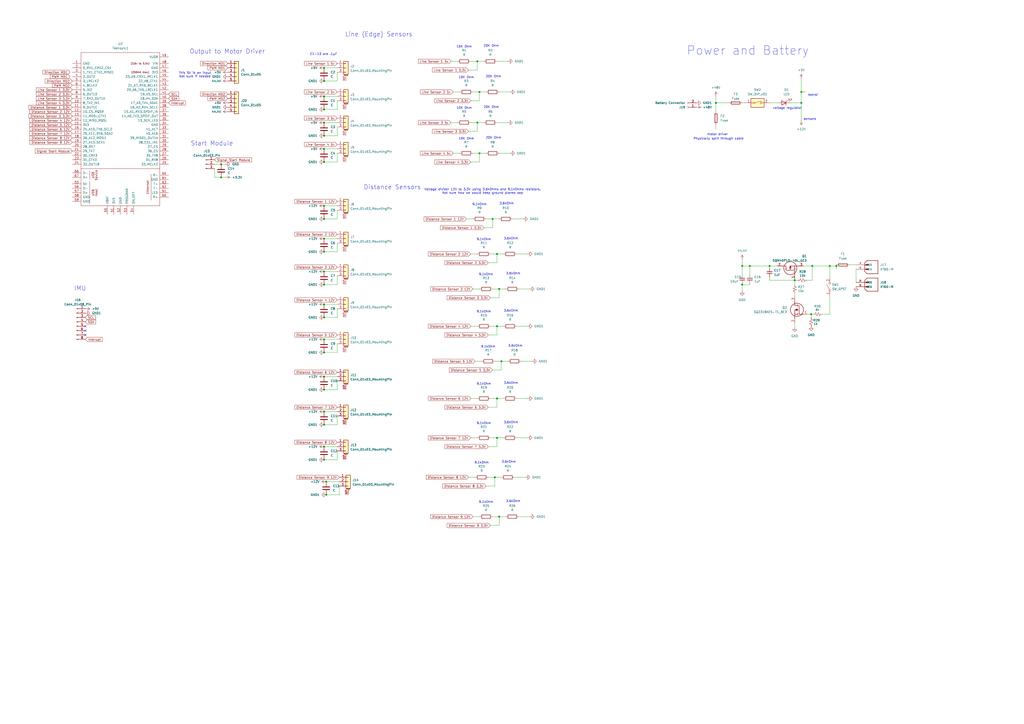
<source format=kicad_sch>
(kicad_sch (version 20231120) (generator "eeschema") (generator_version "8.0")
  (paper "A2")
  (lib_symbols
    (symbol "+12V_1" (power) (pin_names (offset 0))
      (property "Value" "+12V_1" (at 0 5.08 0))
      (symbol "+12V_1_1_1"
        (pin power_in line (at 0 0 90) (length 0) hide (name "+12V") (number "1"))
      )
    )
    (symbol "Connector:Conn_01x02_Socket" (pin_names (offset 1.016) hide)
      (property "Reference" "J" (at 0 2.54 0))
      (property "Value" "Conn_01x02_Socket" (at 0 -5.08 0))
      (symbol "Conn_01x02_Socket_1_1"
        (pin passive line (at -5.08 0 0) (length 3.81) (name "Pin_1") (number "1"))
        (pin passive line (at -5.08 -2.54 0) (length 3.81) (name "Pin_2") (number "2"))
      )
    )
    (symbol "Connector:Conn_01x03_Pin" (pin_names (offset 1.016) hide)
      (property "Reference" "J" (at 0 5.08 0))
      (property "Value" "Conn_01x03_Pin" (at 0 -5.08 0))
      (symbol "Conn_01x03_Pin_1_1"
        (pin passive line (at 5.08 2.54 180) (length 3.81) (name "Pin_1") (number "1"))
        (pin passive line (at 5.08 0 180) (length 3.81) (name "Pin_2") (number "2"))
        (pin passive line (at 5.08 -2.54 180) (length 3.81) (name "Pin_3") (number "3"))
      )
    )
    (symbol "Connector:Conn_01x08_Pin" (pin_names (offset 1.016) hide)
      (property "Reference" "J" (at 0 10.16 0))
      (property "Value" "Conn_01x08_Pin" (at 0 -12.7 0))
      (symbol "Conn_01x08_Pin_1_1"
        (pin passive line (at 5.08 7.62 180) (length 3.81) (name "Pin_1") (number "1"))
        (pin passive line (at 5.08 5.08 180) (length 3.81) (name "Pin_2") (number "2"))
        (pin passive line (at 5.08 2.54 180) (length 3.81) (name "Pin_3") (number "3"))
        (pin passive line (at 5.08 0 180) (length 3.81) (name "Pin_4") (number "4"))
        (pin passive line (at 5.08 -2.54 180) (length 3.81) (name "Pin_5") (number "5"))
        (pin passive line (at 5.08 -5.08 180) (length 3.81) (name "Pin_6") (number "6"))
        (pin passive line (at 5.08 -7.62 180) (length 3.81) (name "Pin_7") (number "7"))
        (pin passive line (at 5.08 -10.16 180) (length 3.81) (name "Pin_8") (number "8"))
      )
    )
    (symbol "Connector_Generic:Conn_01x05" (pin_names (offset 1.016) hide)
      (property "Reference" "J" (at 0 7.62 0))
      (property "Value" "Conn_01x05" (at 0 -7.62 0))
      (symbol "Conn_01x05_1_1"
        (pin passive line (at -5.08 5.08 0) (length 3.81) (name "Pin_1") (number "1"))
        (pin passive line (at -5.08 2.54 0) (length 3.81) (name "Pin_2") (number "2"))
        (pin passive line (at -5.08 0 0) (length 3.81) (name "Pin_3") (number "3"))
        (pin passive line (at -5.08 -2.54 0) (length 3.81) (name "Pin_4") (number "4"))
        (pin passive line (at -5.08 -5.08 0) (length 3.81) (name "Pin_5") (number "5"))
      )
    )
    (symbol "Connector_Generic_MountingPin:Conn_01x03_MountingPin" (pin_names (offset 1.016) hide)
      (property "Reference" "J" (at 0 5.08 0))
      (property "Value" "Conn_01x03_MountingPin" (at 1.27 -5.08 0))
      (symbol "Conn_01x03_MountingPin_1_1"
        (text "Mounting" (at 0 -4.191 0) (effects (font (size 0.381 0.381))))
        (pin passive line (at -5.08 2.54 0) (length 3.81) (name "Pin_1") (number "1"))
        (pin passive line (at -5.08 0 0) (length 3.81) (name "Pin_2") (number "2"))
        (pin passive line (at -5.08 -2.54 0) (length 3.81) (name "Pin_3") (number "3"))
        (pin passive line (at 0 -7.62 90) (length 3.048) (name "MountPin") (number "MP"))
      )
    )
    (symbol "Device:C" (pin_numbers hide) (pin_names (offset 0.254))
      (property "Reference" "C" (at 0.635 2.54 0))
      (property "Value" "C" (at 0.635 -2.54 0))
      (symbol "C_1_1"
        (pin passive line (at 0 3.81 270) (length 2.794) (name "~") (number "1"))
        (pin passive line (at 0 -3.81 90) (length 2.794) (name "~") (number "2"))
      )
    )
    (symbol "Device:C_Small" (pin_numbers hide) (pin_names (offset 0.254) hide)
      (property "Reference" "C" (at 0.254 1.778 0))
      (property "Value" "C_Small" (at 0.254 -2.032 0))
      (symbol "C_Small_1_1"
        (pin passive line (at 0 2.54 270) (length 2.032) (name "~") (number "1"))
        (pin passive line (at 0 -2.54 90) (length 2.032) (name "~") (number "2"))
      )
    )
    (symbol "Device:Fuse" (pin_numbers hide) (pin_names (offset 0))
      (property "Reference" "F" (at 2.032 0 90))
      (property "Value" "Fuse" (at -1.905 0 90))
      (symbol "Fuse_1_1"
        (pin passive line (at 0 3.81 270) (length 1.27) (name "~") (number "1"))
        (pin passive line (at 0 -3.81 90) (length 1.27) (name "~") (number "2"))
      )
    )
    (symbol "Device:LED" (pin_numbers hide) (pin_names (offset 1.016) hide)
      (property "Reference" "D" (at 0 2.54 0))
      (property "Value" "LED" (at 0 -2.54 0))
      (symbol "LED_1_1"
        (pin passive line (at -3.81 0 0) (length 2.54) (name "K") (number "1"))
        (pin passive line (at 3.81 0 180) (length 2.54) (name "A") (number "2"))
      )
    )
    (symbol "Device:R" (pin_numbers hide) (pin_names (offset 0))
      (property "Reference" "R" (at 2.032 0 90))
      (property "Value" "R" (at 0 0 90))
      (symbol "R_1_1"
        (pin passive line (at 0 3.81 270) (length 1.27) (name "~") (number "1"))
        (pin passive line (at 0 -3.81 90) (length 1.27) (name "~") (number "2"))
      )
    )
    (symbol "Device:R_Small_US" (pin_numbers hide) (pin_names (offset 0.254) hide)
      (property "Reference" "R" (at 0.762 0.508 0))
      (property "Value" "R_Small_US" (at 0.762 -1.016 0))
      (symbol "R_Small_US_1_1"
        (pin passive line (at 0 2.54 270) (length 1.016) (name "~") (number "1"))
        (pin passive line (at 0 -2.54 90) (length 1.016) (name "~") (number "2"))
      )
    )
    (symbol "GND_1" (power) (pin_names (offset 0))
      (property "Value" "GND_1" (at 0 -3.81 0))
      (symbol "GND_1_1_1"
        (pin power_in line (at 0 0 270) (length 0) hide (name "GND") (number "1"))
      )
    )
    (symbol "SQM40P10-40L_GE3:SQM40P10-40L_GE3" (pin_names hide)
      (property "Reference" "Q" (at 11.43 3.81 0))
      (property "Value" "SQM40P10-40L_GE3" (at 11.43 1.27 0))
      (symbol "SQM40P10-40L_GE3_1_1"
        (pin passive line (at 0 0 0) (length 2.54) (name "G") (number "1"))
        (pin passive line (at 7.62 10.16 270) (length 2.54) (name "D") (number "2"))
        (pin passive line (at 7.62 -5.08 90) (length 2.54) (name "S") (number "3"))
      )
    )
    (symbol "Switch:SW_DIP_x01" (pin_names (offset 0) hide)
      (property "Reference" "SW" (at 0 3.81 0))
      (property "Value" "SW_DIP_x01" (at 0 -3.81 0))
      (symbol "SW_DIP_x01_1_1"
        (pin passive line (at -7.62 0 0) (length 5.08) (name "~") (number "1"))
        (pin passive line (at 7.62 0 180) (length 5.08) (name "~") (number "2"))
      )
    )
    (symbol "Switch:SW_SPST" (pin_names (offset 0) hide)
      (property "Reference" "SW" (at 0 3.175 0))
      (property "Value" "SW_SPST" (at 0 -2.54 0))
      (symbol "SW_SPST_1_1"
        (pin passive line (at -5.08 0 0) (length 2.54) (name "A") (number "1"))
        (pin passive line (at 5.08 0 180) (length 2.54) (name "B") (number "2"))
      )
    )
    (symbol "TimmiCtrlBoard:SQ2318AES-T1_BE3" (pin_names hide)
      (property "Reference" "Q" (at 11.43 3.81 0))
      (property "Value" "SQ2318AES-T1_BE3" (at 11.43 1.27 0))
      (symbol "SQ2318AES-T1_BE3_1_1"
        (pin passive line (at 0 0 0) (length 2.54) (name "G") (number "1"))
        (pin passive line (at 7.62 -5.08 90) (length 2.54) (name "S") (number "2"))
        (pin passive line (at 7.62 10.16 270) (length 2.54) (name "D") (number "3"))
      )
    )
    (symbol "XT60-M:XT60-M" (pin_names (offset 1.016))
      (property "Reference" "J" (at 0 6.35 0))
      (property "Value" "XT60-M" (at 0 -5.08 0))
      (symbol "XT60-M_0_0"
        (pin passive line (at -5.08 0 0) (length 5.08) (name "NEG") (number "N"))
        (pin passive line (at -5.08 2.54 0) (length 5.08) (name "POS") (number "P"))
      )
    )
    (symbol "power:+12V" (power) (pin_numbers hide) (pin_names (offset 0) hide)
      (property "Value" "+12V" (at 0 3.556 0))
      (symbol "+12V_1_1"
        (pin power_in line (at 0 0 90) (length 0) (name "~") (number "1"))
      )
    )
    (symbol "power:+3.3V" (power) (pin_names (offset 0))
      (property "Value" "+3.3V" (at 0 3.556 0))
      (symbol "+3.3V_1_1"
        (pin power_in line (at 0 0 90) (length 0) hide (name "+3.3V") (number "1"))
      )
    )
    (symbol "power:+48V" (power) (pin_numbers hide) (pin_names (offset 0) hide)
      (property "Value" "+48V" (at 0 3.556 0))
      (symbol "+48V_1_1"
        (pin power_in line (at 0 0 90) (length 0) (name "~") (number "1"))
      )
    )
    (symbol "power:+5V" (power) (pin_numbers hide) (pin_names (offset 0) hide)
      (property "Value" "+5V" (at 0 3.556 0))
      (symbol "+5V_1_1"
        (pin power_in line (at 0 0 90) (length 0) (name "~") (number "1"))
      )
    )
    (symbol "power:GND" (power) (pin_names (offset 0))
      (property "Value" "GND" (at 0 -3.81 0))
      (symbol "GND_1_1"
        (pin power_in line (at 0 0 270) (length 0) hide (name "GND") (number "1"))
      )
    )
    (symbol "power:GND1" (power) (pin_numbers hide) (pin_names (offset 0) hide)
      (property "Value" "GND1" (at 0 -3.81 0))
      (symbol "GND1_1_1"
        (pin power_in line (at 0 0 270) (length 0) (name "~") (number "1"))
      )
    )
    (symbol "teensy:Teensy4.1" (pin_names (offset 1.016))
      (property "Reference" "U" (at 0 64.77 0))
      (property "Value" "Teensy4.1" (at 0 62.23 0))
      (symbol "Teensy4.1_0_0"
        (text "(250mA max)" (at 11.43 49.53 0) (effects (font (size 1.016 1.016))))
        (text "(3.6v to 5.5v)" (at 11.43 54.61 0) (effects (font (size 1.016 1.016))))
        (text "Device" (at -13.97 -10.16 900) (effects (font (size 1.27 1.27))))
        (text "Ethernet" (at 15.875 -17.145 900) (effects (font (size 1.27 1.27))))
        (text "Host" (at -13.97 -20.32 900) (effects (font (size 1.27 1.27))))
        (text "USB" (at -15.875 -20.32 900) (effects (font (size 1.27 1.27))))
        (text "USB" (at -15.875 -10.16 900) (effects (font (size 1.27 1.27))))
        (pin bidirectional line (at -27.94 31.75 0) (length 5.08) (name "8_TX2_IN1") (number "10"))
        (pin bidirectional line (at -27.94 29.21 0) (length 5.08) (name "9_OUT1C") (number "11"))
        (pin bidirectional line (at -27.94 26.67 0) (length 5.08) (name "10_CS_MQSR") (number "12"))
        (pin bidirectional line (at -27.94 24.13 0) (length 5.08) (name "11_MOSI_CTX1") (number "13"))
        (pin bidirectional line (at -27.94 21.59 0) (length 5.08) (name "12_MISO_MQSL") (number "14"))
        (pin power_in line (at -27.94 19.05 0) (length 5.08) (name "3V3") (number "15"))
        (pin bidirectional line (at -27.94 16.51 0) (length 5.08) (name "24_A10_TX6_SCL2") (number "16"))
        (pin bidirectional line (at -27.94 13.97 0) (length 5.08) (name "25_A11_RX6_SDA2") (number "17"))
        (pin bidirectional line (at -27.94 11.43 0) (length 5.08) (name "26_A12_MOSI1") (number "18"))
        (pin bidirectional line (at -27.94 8.89 0) (length 5.08) (name "27_A13_SCK1") (number "19"))
        (pin bidirectional line (at -27.94 6.35 0) (length 5.08) (name "28_RX7") (number "20"))
        (pin bidirectional line (at -27.94 3.81 0) (length 5.08) (name "29_TX7") (number "21"))
        (pin bidirectional line (at -27.94 1.27 0) (length 5.08) (name "30_CRX3") (number "22"))
        (pin bidirectional line (at -27.94 -1.27 0) (length 5.08) (name "31_CTX3") (number "23"))
        (pin bidirectional line (at -27.94 -3.81 0) (length 5.08) (name "32_OUT1B") (number "24"))
        (pin bidirectional line (at 27.94 -3.81 180) (length 5.08) (name "33_MCLK2") (number "25"))
        (pin bidirectional line (at 27.94 -1.27 180) (length 5.08) (name "34_RX8") (number "26"))
        (pin bidirectional line (at 27.94 1.27 180) (length 5.08) (name "35_TX8") (number "27"))
        (pin bidirectional line (at 27.94 3.81 180) (length 5.08) (name "36_CS") (number "28"))
        (pin bidirectional line (at 27.94 6.35 180) (length 5.08) (name "37_CS") (number "29"))
        (pin bidirectional line (at 27.94 8.89 180) (length 5.08) (name "38_CS1_IN1") (number "30"))
        (pin bidirectional line (at 27.94 11.43 180) (length 5.08) (name "39_MISO1_OUT1A") (number "31"))
        (pin bidirectional line (at 27.94 13.97 180) (length 5.08) (name "40_A16") (number "32"))
        (pin bidirectional line (at 27.94 16.51 180) (length 5.08) (name "41_A17") (number "33"))
        (pin bidirectional line (at 27.94 21.59 180) (length 5.08) (name "13_SCK_LED") (number "35"))
        (pin bidirectional line (at 27.94 24.13 180) (length 5.08) (name "14_A0_TX3_SPDIF_OUT") (number "36"))
        (pin bidirectional line (at 27.94 26.67 180) (length 5.08) (name "15_A1_RX3_SPDIF_IN") (number "37"))
        (pin bidirectional line (at 27.94 29.21 180) (length 5.08) (name "16_A2_RX4_SCL1") (number "38"))
        (pin bidirectional line (at 27.94 31.75 180) (length 5.08) (name "17_A3_TX4_SDA1") (number "39"))
        (pin bidirectional line (at 27.94 34.29 180) (length 5.08) (name "18_A4_SDA") (number "40"))
        (pin bidirectional line (at 27.94 36.83 180) (length 5.08) (name "19_A5_SCL") (number "41"))
        (pin bidirectional line (at 27.94 39.37 180) (length 5.08) (name "20_A6_TX5_LRCLK1") (number "42"))
        (pin bidirectional line (at 27.94 41.91 180) (length 5.08) (name "21_A7_RX5_BCLK1") (number "43"))
        (pin bidirectional line (at 27.94 44.45 180) (length 5.08) (name "22_A8_CTX1") (number "44"))
        (pin bidirectional line (at 27.94 46.99 180) (length 5.08) (name "23_A9_CRX1_MCLK1") (number "45"))
        (pin output line (at 27.94 49.53 180) (length 5.08) (name "3V3") (number "46"))
        (pin output line (at 27.94 52.07 180) (length 5.08) (name "GND") (number "47"))
        (pin power_in line (at 27.94 54.61 180) (length 5.08) (name "VIN") (number "48"))
        (pin power_out line (at 27.94 58.42 180) (length 5.08) (name "VUSB") (number "49"))
        (pin bidirectional line (at -27.94 44.45 0) (length 5.08) (name "3_LRCLK2") (number "5"))
        (pin power_in line (at -7.62 -33.02 90) (length 5.08) (name "VBAT") (number "50"))
        (pin power_in line (at -3.81 -33.02 90) (length 5.08) (name "3V3") (number "51"))
        (pin input line (at 0 -33.02 90) (length 5.08) (name "GND") (number "52"))
        (pin input line (at 3.81 -33.02 90) (length 5.08) (name "PROGRAM") (number "53"))
        (pin input line (at 7.62 -33.02 90) (length 5.08) (name "ON_OFF") (number "54"))
        (pin power_out line (at -27.94 -15.24 0) (length 5.08) (name "5V") (number "55"))
        (pin bidirectional line (at -27.94 -17.78 0) (length 5.08) (name "D-") (number "56"))
        (pin bidirectional line (at -27.94 -20.32 0) (length 5.08) (name "D+") (number "57"))
        (pin power_in line (at -27.94 -22.86 0) (length 5.08) (name "GND") (number "58"))
        (pin power_in line (at -27.94 -25.4 0) (length 5.08) (name "GND") (number "59"))
        (pin bidirectional line (at -27.94 41.91 0) (length 5.08) (name "4_BCLK2") (number "6"))
        (pin bidirectional line (at 27.94 -22.86 180) (length 5.08) (name "R+") (number "60"))
        (pin bidirectional line (at 27.94 -20.32 180) (length 5.08) (name "LED") (number "61"))
        (pin bidirectional line (at 27.94 -17.78 180) (length 5.08) (name "T-") (number "62"))
        (pin bidirectional line (at 27.94 -15.24 180) (length 5.08) (name "T+") (number "63"))
        (pin power_in line (at 27.94 -12.7 180) (length 5.08) (name "GND") (number "64"))
        (pin bidirectional line (at 27.94 -10.16 180) (length 5.08) (name "R-") (number "65"))
        (pin bidirectional line (at -27.94 -8.89 0) (length 5.08) (name "D-") (number "66"))
        (pin bidirectional line (at -27.94 -11.43 0) (length 5.08) (name "D+") (number "67"))
        (pin bidirectional line (at -27.94 39.37 0) (length 5.08) (name "5_IN2") (number "7"))
        (pin bidirectional line (at -27.94 36.83 0) (length 5.08) (name "6_OUT1D") (number "8"))
        (pin bidirectional line (at -27.94 34.29 0) (length 5.08) (name "7_RX2_OUT1A") (number "9"))
      )
      (symbol "Teensy4.1_1_1"
        (pin power_in line (at -27.94 54.61 0) (length 5.08) (name "GND") (number "1"))
        (pin bidirectional line (at -27.94 52.07 0) (length 5.08) (name "0_RX1_CRX2_CS1") (number "2"))
        (pin bidirectional line (at -27.94 49.53 0) (length 5.08) (name "1_TX1_CTX2_MISO1") (number "3"))
        (pin power_in line (at 27.94 19.05 180) (length 5.08) (name "GND") (number "34"))
        (pin bidirectional line (at -27.94 46.99 0) (length 5.08) (name "2_OUT2") (number "4"))
      )
    )
  )
  (junction (at 288.29 147.32))
  (junction (at 285.75 127))
  (junction (at 187.96 63.5))
  (junction (at 187.96 226.06))
  (junction (at 430.53 154.305))
  (junction (at 189.23 279.4))
  (junction (at 481.33 154.305))
  (junction (at 187.96 138.43))
  (junction (at 187.96 218.44))
  (junction (at 187.96 93.98))
  (junction (at 189.23 287.02))
  (junction (at 430.53 165.1))
  (junction (at 288.29 189.23))
  (junction (at 276.86 71.12))
  (junction (at 187.96 39.37))
  (junction (at 128.27 95.25))
  (junction (at 461.01 162.56))
  (junction (at 464.82 59.69))
  (junction (at 276.86 35.56))
  (junction (at 187.96 266.7))
  (junction (at 485.14 154.305))
  (junction (at 187.96 184.15))
  (junction (at 128.27 102.87))
  (junction (at 471.17 154.305))
  (junction (at 187.96 119.38))
  (junction (at 187.96 78.74))
  (junction (at 289.56 167.64))
  (junction (at 287.02 276.86))
  (junction (at 187.96 157.48))
  (junction (at 187.96 196.85))
  (junction (at 289.56 299.72))
  (junction (at 187.96 86.36))
  (junction (at 288.29 254))
  (junction (at 434.975 154.305))
  (junction (at 187.96 127))
  (junction (at 187.96 238.76))
  (junction (at 187.96 246.38))
  (junction (at 187.96 165.1))
  (junction (at 187.96 46.99))
  (junction (at 415.29 59.69))
  (junction (at 464.82 53.34))
  (junction (at 187.96 146.05))
  (junction (at 187.96 71.12))
  (junction (at 187.96 55.88))
  (junction (at 288.29 231.14))
  (junction (at 446.405 154.305))
  (junction (at 278.13 88.9))
  (junction (at 470.535 182.245))
  (junction (at 290.83 209.55))
  (junction (at 187.96 176.53))
  (junction (at 187.96 204.47))
  (junction (at 278.13 53.34))
  (junction (at 187.96 259.08))
  (no_connect (at 49.53 189.23))
  (no_connect (at 49.53 194.31))
  (no_connect (at 49.53 191.77))
  (wire (pts (xy 288.29 147.32) (xy 288.29 152.4)))
  (wire (pts (xy 289.56 53.34) (xy 295.91 53.34)))
  (wire (pts (xy 278.13 88.9) (xy 278.13 93.98)))
  (wire (pts (xy 195.58 121.92) (xy 195.58 127)))
  (wire (pts (xy 434.975 154.305) (xy 430.53 154.305)))
  (wire (pts (xy 261.62 71.12) (xy 265.43 71.12)))
  (wire (pts (xy 270.51 127) (xy 274.32 127)))
  (wire (pts (xy 273.05 35.56) (xy 276.86 35.56)))
  (wire (pts (xy 485.14 153.67) (xy 485.14 154.305)))
  (wire (pts (xy 447.04 59.69) (xy 450.85 59.69)))
  (wire (pts (xy 446.405 154.305) (xy 446.405 155.575)))
  (wire (pts (xy 187.96 55.88) (xy 195.58 55.88)))
  (wire (pts (xy 299.72 231.14) (xy 306.07 231.14)))
  (wire (pts (xy 275.59 209.55) (xy 279.4 209.55)))
  (wire (pts (xy 187.96 196.85) (xy 195.58 196.85)))
  (wire (pts (xy 289.56 167.64) (xy 289.56 172.72)))
  (wire (pts (xy 430.53 165.1) (xy 430.53 168.91)))
  (wire (pts (xy 278.13 53.34) (xy 278.13 58.42)))
  (wire (pts (xy 273.05 189.23) (xy 276.86 189.23)))
  (wire (pts (xy 276.86 35.56) (xy 280.67 35.56)))
  (wire (pts (xy 299.72 147.32) (xy 306.07 147.32)))
  (wire (pts (xy 290.83 214.63) (xy 285.75 214.63)))
  (wire (pts (xy 464.82 59.69) (xy 464.82 53.34)))
  (wire (pts (xy 284.48 147.32) (xy 288.29 147.32)))
  (wire (pts (xy 285.75 299.72) (xy 289.56 299.72)))
  (wire (pts (xy 284.48 189.23) (xy 288.29 189.23)))
  (wire (pts (xy 128.27 95.25) (xy 124.46 95.25)))
  (wire (pts (xy 262.89 53.34) (xy 266.7 53.34)))
  (wire (pts (xy 261.62 35.56) (xy 265.43 35.56)))
  (wire (pts (xy 492.76 153.67) (xy 496.57 153.67)))
  (wire (pts (xy 195.58 179.07) (xy 195.58 184.15)))
  (wire (pts (xy 195.58 93.98) (xy 187.96 93.98)))
  (wire (pts (xy 187.96 119.38) (xy 195.58 119.38)))
  (wire (pts (xy 288.29 236.22) (xy 283.21 236.22)))
  (wire (pts (xy 278.13 58.42) (xy 273.05 58.42)))
  (wire (pts (xy 189.23 279.4) (xy 196.85 279.4)))
  (wire (pts (xy 281.94 127) (xy 285.75 127)))
  (wire (pts (xy 128.27 102.87) (xy 130.81 102.87)))
  (wire (pts (xy 290.83 209.55) (xy 294.64 209.55)))
  (wire (pts (xy 274.32 167.64) (xy 278.13 167.64)))
  (wire (pts (xy 300.99 167.64) (xy 307.34 167.64)))
  (wire (pts (xy 283.21 276.86) (xy 287.02 276.86)))
  (wire (pts (xy 278.13 53.34) (xy 281.94 53.34)))
  (wire (pts (xy 446.405 154.305) (xy 434.975 154.305)))
  (wire (pts (xy 187.96 71.12) (xy 195.58 71.12)))
  (wire (pts (xy 288.29 194.31) (xy 283.21 194.31)))
  (wire (pts (xy 274.32 53.34) (xy 278.13 53.34)))
  (wire (pts (xy 430.53 154.305) (xy 430.53 150.495)))
  (wire (pts (xy 195.58 140.97) (xy 195.58 146.05)))
  (wire (pts (xy 430.53 164.465) (xy 430.53 165.1)))
  (wire (pts (xy 195.58 73.66) (xy 195.58 78.74)))
  (wire (pts (xy 288.29 189.23) (xy 292.1 189.23)))
  (wire (pts (xy 289.56 167.64) (xy 293.37 167.64)))
  (wire (pts (xy 466.09 154.305) (xy 471.17 154.305)))
  (wire (pts (xy 285.75 127) (xy 285.75 132.08)))
  (wire (pts (xy 288.29 254) (xy 288.29 259.08)))
  (wire (pts (xy 415.29 72.39) (xy 415.29 74.93)))
  (wire (pts (xy 187.96 39.37) (xy 195.58 39.37)))
  (wire (pts (xy 446.405 162.56) (xy 461.01 162.56)))
  (wire (pts (xy 196.85 281.94) (xy 196.85 287.02)))
  (wire (pts (xy 481.33 182.245) (xy 481.33 171.45)))
  (wire (pts (xy 476.885 182.245) (xy 481.33 182.245)))
  (wire (pts (xy 299.72 254) (xy 306.07 254)))
  (wire (pts (xy 289.56 304.8) (xy 284.48 304.8)))
  (wire (pts (xy 195.58 246.38) (xy 187.96 246.38)))
  (wire (pts (xy 187.96 176.53) (xy 195.58 176.53)))
  (wire (pts (xy 485.14 154.305) (xy 485.14 156.21)))
  (wire (pts (xy 481.33 161.29) (xy 481.33 154.305)))
  (wire (pts (xy 288.29 254) (xy 292.1 254)))
  (wire (pts (xy 273.05 254) (xy 276.86 254)))
  (wire (pts (xy 124.46 97.79) (xy 124.46 102.87)))
  (wire (pts (xy 196.85 287.02) (xy 189.23 287.02)))
  (wire (pts (xy 464.82 59.69) (xy 464.82 69.85)))
  (wire (pts (xy 287.02 276.86) (xy 287.02 281.94)))
  (wire (pts (xy 299.72 189.23) (xy 306.07 189.23)))
  (wire (pts (xy 274.32 88.9) (xy 278.13 88.9)))
  (wire (pts (xy 287.02 276.86) (xy 290.83 276.86)))
  (wire (pts (xy 434.975 165.1) (xy 430.53 165.1)))
  (wire (pts (xy 195.58 63.5) (xy 187.96 63.5)))
  (wire (pts (xy 195.58 204.47) (xy 187.96 204.47)))
  (wire (pts (xy 195.58 266.7) (xy 187.96 266.7)))
  (wire (pts (xy 471.17 154.305) (xy 481.33 154.305)))
  (wire (pts (xy 195.58 220.98) (xy 195.58 226.06)))
  (wire (pts (xy 481.33 154.305) (xy 485.14 154.305)))
  (wire (pts (xy 262.89 88.9) (xy 266.7 88.9)))
  (wire (pts (xy 284.48 231.14) (xy 288.29 231.14)))
  (wire (pts (xy 289.56 299.72) (xy 289.56 304.8)))
  (wire (pts (xy 124.46 102.87) (xy 128.27 102.87)))
  (wire (pts (xy 288.29 147.32) (xy 292.1 147.32)))
  (wire (pts (xy 288.29 189.23) (xy 288.29 194.31)))
  (wire (pts (xy 195.58 46.99) (xy 187.96 46.99)))
  (wire (pts (xy 187.96 86.36) (xy 195.58 86.36)))
  (wire (pts (xy 461.01 162.56) (xy 461.01 165.1)))
  (wire (pts (xy 274.32 299.72) (xy 278.13 299.72)))
  (wire (pts (xy 467.995 162.56) (xy 471.17 162.56)))
  (wire (pts (xy 289.56 88.9) (xy 295.91 88.9)))
  (wire (pts (xy 278.13 93.98) (xy 273.05 93.98)))
  (wire (pts (xy 195.58 41.91) (xy 195.58 46.99)))
  (wire (pts (xy 288.29 259.08) (xy 283.21 259.08)))
  (wire (pts (xy 288.29 152.4) (xy 283.21 152.4)))
  (wire (pts (xy 302.26 209.55) (xy 308.61 209.55)))
  (wire (pts (xy 273.05 231.14) (xy 276.86 231.14)))
  (wire (pts (xy 278.13 88.9) (xy 281.94 88.9)))
  (wire (pts (xy 187.96 157.48) (xy 195.58 157.48)))
  (wire (pts (xy 287.02 281.94) (xy 281.94 281.94)))
  (wire (pts (xy 464.82 45.72) (xy 464.82 53.34)))
  (wire (pts (xy 430.53 59.69) (xy 431.8 59.69)))
  (wire (pts (xy 434.975 154.305) (xy 434.975 159.385)))
  (wire (pts (xy 434.975 164.465) (xy 434.975 165.1)))
  (wire (pts (xy 187.96 138.43) (xy 195.58 138.43)))
  (wire (pts (xy 285.75 167.64) (xy 289.56 167.64)))
  (wire (pts (xy 471.17 162.56) (xy 471.17 154.305)))
  (wire (pts (xy 288.29 71.12) (xy 294.64 71.12)))
  (wire (pts (xy 187.96 238.76) (xy 195.58 238.76)))
  (wire (pts (xy 297.18 127) (xy 303.53 127)))
  (wire (pts (xy 285.75 132.08) (xy 280.67 132.08)))
  (wire (pts (xy 195.58 199.39) (xy 195.58 204.47)))
  (wire (pts (xy 430.53 159.385) (xy 430.53 154.305)))
  (wire (pts (xy 446.405 160.655) (xy 446.405 162.56)))
  (wire (pts (xy 289.56 299.72) (xy 293.37 299.72)))
  (wire (pts (xy 187.96 218.44) (xy 195.58 218.44)))
  (wire (pts (xy 195.58 146.05) (xy 187.96 146.05)))
  (wire (pts (xy 288.29 231.14) (xy 292.1 231.14)))
  (wire (pts (xy 195.58 184.15) (xy 187.96 184.15)))
  (wire (pts (xy 195.58 88.9) (xy 195.58 93.98)))
  (wire (pts (xy 470.535 182.245) (xy 470.535 184.15)))
  (wire (pts (xy 271.78 276.86) (xy 275.59 276.86)))
  (wire (pts (xy 300.99 299.72) (xy 307.34 299.72)))
  (wire (pts (xy 450.85 154.305) (xy 446.405 154.305)))
  (wire (pts (xy 461.01 170.18) (xy 461.01 172.085)))
  (wire (pts (xy 458.47 59.69) (xy 464.82 59.69)))
  (wire (pts (xy 415.29 59.69) (xy 415.29 64.77)))
  (wire (pts (xy 415.29 59.69) (xy 422.91 59.69)))
  (wire (pts (xy 195.58 78.74) (xy 187.96 78.74)))
  (wire (pts (xy 195.58 165.1) (xy 187.96 165.1)))
  (wire (pts (xy 289.56 172.72) (xy 284.48 172.72)))
  (wire (pts (xy 276.86 35.56) (xy 276.86 40.64)))
  (wire (pts (xy 415.29 55.88) (xy 415.29 59.69)))
  (wire (pts (xy 195.58 160.02) (xy 195.58 165.1)))
  (wire (pts (xy 288.29 35.56) (xy 294.64 35.56)))
  (wire (pts (xy 298.45 276.86) (xy 304.8 276.86)))
  (wire (pts (xy 195.58 226.06) (xy 187.96 226.06)))
  (wire (pts (xy 195.58 261.62) (xy 195.58 266.7)))
  (wire (pts (xy 464.82 53.34) (xy 467.36 53.34)))
  (wire (pts (xy 276.86 71.12) (xy 276.86 76.2)))
  (wire (pts (xy 496.57 156.21) (xy 496.57 163.83)))
  (wire (pts (xy 461.01 162.56) (xy 462.915 162.56)))
  (wire (pts (xy 187.96 259.08) (xy 195.58 259.08)))
  (wire (pts (xy 461.01 161.925) (xy 461.01 162.56)))
  (wire (pts (xy 128.27 95.25) (xy 130.81 95.25)))
  (wire (pts (xy 195.58 127) (xy 187.96 127)))
  (wire (pts (xy 195.58 241.3) (xy 195.58 246.38)))
  (wire (pts (xy 195.58 58.42) (xy 195.58 63.5)))
  (wire (pts (xy 276.86 71.12) (xy 280.67 71.12)))
  (wire (pts (xy 276.86 40.64) (xy 271.78 40.64)))
  (wire (pts (xy 468.63 182.245) (xy 470.535 182.245)))
  (wire (pts (xy 287.02 209.55) (xy 290.83 209.55)))
  (wire (pts (xy 470.535 182.245) (xy 471.805 182.245)))
  (wire (pts (xy 276.86 76.2) (xy 271.78 76.2)))
  (wire (pts (xy 273.05 147.32) (xy 276.86 147.32)))
  (wire (pts (xy 273.05 71.12) (xy 276.86 71.12)))
  (wire (pts (xy 284.48 254) (xy 288.29 254)))
  (wire (pts (xy 285.75 127) (xy 289.56 127)))
  (wire (pts (xy 290.83 209.55) (xy 290.83 214.63)))
  (wire (pts (xy 461.01 187.325) (xy 461.01 189.865)))
  (wire (pts (xy 288.29 231.14) (xy 288.29 236.22)))
  (text "Output to Motor Driver" (at 131.826 29.972 0) (effects (font (size 2.54 2.54))))
  (text "This 5V is an input\nNot sure if needed" (at 113.03 43.434 0) (effects (font (size 1.27 1.27))))
  (text "3.6kOhm" (at 296.418 138.43 0) (effects (font (size 1.27 1.27))))
  (text "9.1kOhm" (at 280.67 245.618 0) (effects (font (size 1.27 1.27))))
  (text "20K Ohm" (at 284.988 26.67 0) (effects (font (size 1.27 1.27))))
  (text "Power and Battery\n" (at 433.832 29.464 0) (effects (font (size 5.08 5.08))))
  (text "9.1kOhm" (at 283.21 201.168 0) (effects (font (size 1.27 1.27))))
  (text "3.6kOhm" (at 293.878 118.11 0) (effects (font (size 1.27 1.27))))
  (text "9.1kOhm" (at 280.67 180.848 0) (effects (font (size 1.27 1.27))))
  (text "9.1kOhm" (at 281.94 291.338 0) (effects (font (size 1.27 1.27))))
  (text "3.6kOhm" (at 297.688 290.83 0) (effects (font (size 1.27 1.27))))
  (text "3.6kOhm" (at 297.688 158.75 0) (effects (font (size 1.27 1.27))))
  (text "9.1kOhm" (at 278.13 118.618 0) (effects (font (size 1.27 1.27))))
  (text "Start Module" (at 122.936 83.312 0) (effects (font (size 2.54 2.54))))
  (text "teensi\n" (at 468.63 55.88 0) (effects (font (size 1.27 1.27)) (justify left bottom)))
  (text "3.6kOhm" (at 296.418 180.34 0) (effects (font (size 1.27 1.27))))
  (text "9.1kOhm" (at 280.67 222.758 0) (effects (font (size 1.27 1.27))))
  (text "IMU" (at 46.482 167.386 0) (effects (font (size 2.54 2.54))))
  (text "9.1kOhm" (at 280.67 138.938 0) (effects (font (size 1.27 1.27))))
  (text "10K Ohm" (at 269.24 27.178 0) (effects (font (size 1.27 1.27))))
  (text "10K Ohm" (at 270.51 80.518 0) (effects (font (size 1.27 1.27))))
  (text "Distance Sensors" (at 227.584 108.712 0) (effects (font (size 2.54 2.54))))
  (text "C1-13 are .1µF" (at 187.706 31.496 0) (effects (font (size 1.27 1.27))))
  (text "10K Ohm" (at 269.24 62.738 0) (effects (font (size 1.27 1.27))))
  (text "motor driver" (at 410.21 78.74 0) (effects (font (size 1.27 1.27)) (justify left bottom)))
  (text "3.6kOhm" (at 295.148 267.97 0) (effects (font (size 1.27 1.27))))
  (text "20K Ohm" (at 286.258 44.45 0) (effects (font (size 1.27 1.27))))
  (text "20K Ohm" (at 286.258 80.01 0) (effects (font (size 1.27 1.27))))
  (text "Voltage divider 12V to 3.3V using 3.6kOhms and 9.1kOhms resistors.\nNot sure how we would keep ground planes sep" (at 279.908 110.998 0) (effects (font (size 1.27 1.27))))
  (text "20K Ohm" (at 284.988 62.23 0) (effects (font (size 1.27 1.27))))
  (text "3.6kOhm" (at 298.958 200.66 0) (effects (font (size 1.27 1.27))))
  (text "10K Ohm" (at 270.51 44.958 0) (effects (font (size 1.27 1.27))))
  (text "voltage regulator\n" (at 448.31 63.5 0) (effects (font (size 1.27 1.27)) (justify left bottom)))
  (text "Physically split through cable" (at 416.814 80.518 0) (effects (font (size 1.27 1.27))))
  (text "sensors" (at 466.09 69.85 0) (effects (font (size 1.27 1.27)) (justify left bottom)))
  (text "9.1kOhm" (at 279.4 268.478 0) (effects (font (size 1.27 1.27))))
  (text "Line (Edge) Sensors" (at 219.71 20.066 0) (effects (font (size 2.54 2.54))))
  (text "9.1kOhm" (at 281.94 159.258 0) (effects (font (size 1.27 1.27))))
  (text "3.6kOhm" (at 296.418 245.11 0) (effects (font (size 1.27 1.27))))
  (text "3.6kOhm" (at 296.418 222.25 0) (effects (font (size 1.27 1.27))))
  (global_label "Distance Sensor 9 3.3V" (shape input) (at 284.48 304.8 180) (property "Intersheetrefs" "${INTERSHEET_REFS}" (effects (hide yes))))
  (global_label "Line Sensor 2 3.3V" (shape input) (at 41.91 54.61 180) (property "Intersheetrefs" "${INTERSHEET_REFS}" (effects (hide yes))))
  (global_label "Distance Sensor 4 3.3V" (shape input) (at 283.21 194.31 180) (property "Intersheetrefs" "${INTERSHEET_REFS}" (effects (hide yes))))
  (global_label "Distance Sensor 7 12V" (shape input) (at 41.91 77.47 180) (property "Intersheetrefs" "${INTERSHEET_REFS}" (effects (hide yes))))
  (global_label "Direction MD2" (shape input) (at 41.91 46.99 180) (property "Intersheetrefs" "${INTERSHEET_REFS}" (effects (hide yes))))
  (global_label "Distance Sensor 3 3.3V" (shape input) (at 284.48 172.72 180) (property "Intersheetrefs" "${INTERSHEET_REFS}" (effects (hide yes))))
  (global_label "Distance Sensor 4 12V" (shape input) (at 273.05 189.23 180) (property "Intersheetrefs" "${INTERSHEET_REFS}" (effects (hide yes))))
  (global_label "Line Sensor 4 5v" (shape input) (at 195.58 83.82 180) (property "Intersheetrefs" "${INTERSHEET_REFS}" (effects (hide yes))))
  (global_label "Direction MD2" (shape input) (at 132.08 54.61 180) (property "Intersheetrefs" "${INTERSHEET_REFS}" (effects (hide yes))))
  (global_label "Distance Sensor 2 3.3V" (shape input) (at 283.21 152.4 180) (property "Intersheetrefs" "${INTERSHEET_REFS}" (effects (hide yes))))
  (global_label "Distance Sensor 2 12V" (shape input) (at 273.05 147.32 180) (property "Intersheetrefs" "${INTERSHEET_REFS}" (effects (hide yes))))
  (global_label "Line Sensor 3 3.3V" (shape input) (at 271.78 76.2 180) (property "Intersheetrefs" "${INTERSHEET_REFS}" (effects (hide yes))))
  (global_label "SDA" (shape input) (at 97.79 57.15 0) (property "Intersheetrefs" "${INTERSHEET_REFS}" (effects (hide yes))))
  (global_label "SCL" (shape input) (at 49.53 184.15 0) (property "Intersheetrefs" "${INTERSHEET_REFS}" (effects (hide yes))))
  (global_label "PWM MD2" (shape input) (at 41.91 49.53 180) (property "Intersheetrefs" "${INTERSHEET_REFS}" (effects (hide yes))))
  (global_label "Distance Sensor 1 3.3V" (shape input) (at 280.67 132.08 180) (property "Intersheetrefs" "${INTERSHEET_REFS}" (effects (hide yes))))
  (global_label "Line Sensor 1 3.3V" (shape input) (at 41.91 52.07 180) (property "Intersheetrefs" "${INTERSHEET_REFS}" (effects (hide yes))))
  (global_label "Line Sensor 3 3.3V" (shape input) (at 41.91 57.15 180) (property "Intersheetrefs" "${INTERSHEET_REFS}" (effects (hide yes))))
  (global_label "PWM MD2" (shape input) (at 132.08 57.15 180) (property "Intersheetrefs" "${INTERSHEET_REFS}" (effects (hide yes))))
  (global_label "Interupt" (shape input) (at 97.79 59.69 0) (property "Intersheetrefs" "${INTERSHEET_REFS}" (effects (hide yes))))
  (global_label "Distance Sensor 5 12V" (shape input) (at 41.91 72.39 180) (property "Intersheetrefs" "${INTERSHEET_REFS}" (effects (hide yes))))
  (global_label "Line Sensor 1 5v" (shape input) (at 195.58 36.83 180) (property "Intersheetrefs" "${INTERSHEET_REFS}" (effects (hide yes))))
  (global_label "Distance Sensor 9 12V" (shape input) (at 196.85 276.86 180) (property "Intersheetrefs" "${INTERSHEET_REFS}" (effects (hide yes))))
  (global_label "Distance Sensor 9 12V" (shape input) (at 41.91 82.55 180) (property "Intersheetrefs" "${INTERSHEET_REFS}" (effects (hide yes))))
  (global_label "Distance Sensor 8 3.3V" (shape input) (at 281.94 281.94 180) (property "Intersheetrefs" "${INTERSHEET_REFS}" (effects (hide yes))))
  (global_label "Line Sensor 4 3.3V" (shape input) (at 41.91 59.69 180) (property "Intersheetrefs" "${INTERSHEET_REFS}" (effects (hide yes))))
  (global_label "Distance Sensor 6 12V" (shape input) (at 273.05 231.14 180) (property "Intersheetrefs" "${INTERSHEET_REFS}" (effects (hide yes))))
  (global_label "Distance Sensor 7 12V" (shape input) (at 195.58 236.22 180) (property "Intersheetrefs" "${INTERSHEET_REFS}" (effects (hide yes))))
  (global_label "Line Sensor 4 5v" (shape input) (at 262.89 88.9 180) (property "Intersheetrefs" "${INTERSHEET_REFS}" (effects (hide yes))))
  (global_label "Distance Sensor 6 12V" (shape input) (at 41.91 74.93 180) (property "Intersheetrefs" "${INTERSHEET_REFS}" (effects (hide yes))))
  (global_label "Distance Sensor 2 12V" (shape input) (at 41.91 64.77 180) (property "Intersheetrefs" "${INTERSHEET_REFS}" (effects (hide yes))))
  (global_label "PWM MD1" (shape input) (at 132.08 39.37 180) (property "Intersheetrefs" "${INTERSHEET_REFS}" (effects (hide yes))))
  (global_label "Distance Sensor 1 12V" (shape input) (at 270.51 127 180) (property "Intersheetrefs" "${INTERSHEET_REFS}" (effects (hide yes))))
  (global_label "Line Sensor 2 5v" (shape input) (at 195.58 53.34 180) (property "Intersheetrefs" "${INTERSHEET_REFS}" (effects (hide yes))))
  (global_label "Distance Sensor 8 12V" (shape input) (at 271.78 276.86 180) (property "Intersheetrefs" "${INTERSHEET_REFS}" (effects (hide yes))))
  (global_label "Distance Sensor 3 12V" (shape input) (at 274.32 167.64 180) (property "Intersheetrefs" "${INTERSHEET_REFS}" (effects (hide yes))))
  (global_label "Line Sensor 4 3.3V" (shape input) (at 273.05 93.98 180) (property "Intersheetrefs" "${INTERSHEET_REFS}" (effects (hide yes))))
  (global_label "Distance Sensor 8 12V" (shape input) (at 41.91 80.01 180) (property "Intersheetrefs" "${INTERSHEET_REFS}" (effects (hide yes))))
  (global_label "Line Sensor 1 5v" (shape input) (at 261.62 35.56 180) (property "Intersheetrefs" "${INTERSHEET_REFS}" (effects (hide yes))))
  (global_label "Line Sensor 1 3.3V" (shape input) (at 271.78 40.64 180) (property "Intersheetrefs" "${INTERSHEET_REFS}" (effects (hide yes))))
  (global_label "Distance Sensor 9 12V" (shape input) (at 274.32 299.72 180) (property "Intersheetrefs" "${INTERSHEET_REFS}" (effects (hide yes))))
  (global_label "Interupt" (shape input) (at 49.53 196.85 0) (property "Intersheetrefs" "${INTERSHEET_REFS}" (effects (hide yes))))
  (global_label "Distance Sensor 3 12V" (shape input) (at 195.58 154.94 180) (property "Intersheetrefs" "${INTERSHEET_REFS}" (effects (hide yes))))
  (global_label "Distance Sensor 7 12V" (shape input) (at 273.05 254 180) (property "Intersheetrefs" "${INTERSHEET_REFS}" (effects (hide yes))))
  (global_label "Distance Sensor 5 12V" (shape input) (at 275.59 209.55 180) (property "Intersheetrefs" "${INTERSHEET_REFS}" (effects (hide yes))))
  (global_label "SDA" (shape input) (at 49.53 186.69 0) (property "Intersheetrefs" "${INTERSHEET_REFS}" (effects (hide yes))))
  (global_label "Signal Start Module" (shape input) (at 41.91 87.63 180) (property "Intersheetrefs" "${INTERSHEET_REFS}" (effects (hide yes))))
  (global_label "Line Sensor 3 5v" (shape input) (at 195.58 68.58 180) (property "Intersheetrefs" "${INTERSHEET_REFS}" (effects (hide yes))))
  (global_label "SCL" (shape input) (at 97.79 54.61 0) (property "Intersheetrefs" "${INTERSHEET_REFS}" (effects (hide yes))))
  (global_label "Distance Sensor 5 12V" (shape input) (at 195.58 194.31 180) (property "Intersheetrefs" "${INTERSHEET_REFS}" (effects (hide yes))))
  (global_label "Line Sensor 2 3.3V" (shape input) (at 273.05 58.42 180) (property "Intersheetrefs" "${INTERSHEET_REFS}" (effects (hide yes))))
  (global_label "Distance Sensor 1 12V" (shape input) (at 195.58 116.84 180) (property "Intersheetrefs" "${INTERSHEET_REFS}" (effects (hide yes))))
  (global_label "Distance Sensor 7 3.3V" (shape input) (at 283.21 259.08 180) (property "Intersheetrefs" "${INTERSHEET_REFS}" (effects (hide yes))))
  (global_label "Distance Sensor 5 3.3V" (shape input) (at 285.75 214.63 180) (property "Intersheetrefs" "${INTERSHEET_REFS}" (effects (hide yes))))
  (global_label "Distance Sensor 4 12V" (shape input) (at 195.58 173.99 180) (property "Intersheetrefs" "${INTERSHEET_REFS}" (effects (hide yes))))
  (global_label "Distance Sensor 6 3.3V" (shape input) (at 283.21 236.22 180) (property "Intersheetrefs" "${INTERSHEET_REFS}" (effects (hide yes))))
  (global_label "Direction MD1" (shape input) (at 40.64 41.91 180) (property "Intersheetrefs" "${INTERSHEET_REFS}" (effects (hide yes))))
  (global_label "Distance Sensor 1 3.3V" (shape input) (at 41.91 62.23 180) (property "Intersheetrefs" "${INTERSHEET_REFS}" (effects (hide yes))))
  (global_label "Distance Sensor 4 12V" (shape input) (at 41.91 69.85 180) (property "Intersheetrefs" "${INTERSHEET_REFS}" (effects (hide yes))))
  (global_label "Direction MD1" (shape input) (at 132.08 36.83 180) (property "Intersheetrefs" "${INTERSHEET_REFS}" (effects (hide yes))))
  (global_label "Distance Sensor 3 3.3V" (shape input) (at 41.91 67.31 180) (property "Intersheetrefs" "${INTERSHEET_REFS}" (effects (hide yes))))
  (global_label "Distance Sensor 6 12V" (shape input) (at 195.58 215.9 180) (property "Intersheetrefs" "${INTERSHEET_REFS}" (effects (hide yes))))
  (global_label "Distance Sensor 8 12V" (shape input) (at 195.58 256.54 180) (property "Intersheetrefs" "${INTERSHEET_REFS}" (effects (hide yes))))
  (global_label "Distance Sensor 2 12V" (shape input) (at 195.58 135.89 180) (property "Intersheetrefs" "${INTERSHEET_REFS}" (effects (hide yes))))
  (global_label "Signal Start Module" (shape input) (at 124.46 92.71 0) (property "Intersheetrefs" "${INTERSHEET_REFS}" (effects (hide yes))))
  (global_label "Line Sensor 2 5v" (shape input) (at 262.89 53.34 180) (property "Intersheetrefs" "${INTERSHEET_REFS}" (effects (hide yes))))
  (global_label "Line Sensor 3 5v" (shape input) (at 261.62 71.12 180) (property "Intersheetrefs" "${INTERSHEET_REFS}" (effects (hide yes))))
  (global_label "PWM MD1" (shape input) (at 40.64 44.45 180) (property "Intersheetrefs" "${INTERSHEET_REFS}" (effects (hide yes))))
  (symbol (lib_id "Device:C") (at 128.27 99.06 180) (unit 1)
    (property "Reference" "C14" (at 132.08 97.7899 0) (effects (justify right)))
    (property "Value" "C" (at 132.08 100.3299 0) (effects (justify right)))
    (property "Description" "Unpolarized capacitor" (effects (hide yes)))
  )
  (symbol (lib_id "Connector_Generic_MountingPin:Conn_01x03_MountingPin") (at 201.93 279.4 0) (unit 1)
    (property "Reference" "J14" (at 204.47 278.4855 0) (effects (justify left)))
    (property "Value" "Conn_01x03_MountingPin" (at 204.47 281.0255 0) (effects (justify left)))
    (property "Description" "Generic connectable mounting pin connector, single row, 01x03, script generated (kicad-library-utils/schlib/autogen/connector/)" (effects (hide yes)))
  )
  (symbol (lib_id "power:+12V") (at 187.96 238.76 90) (unit 1)
    (property "Reference" "#PWR027" (effects (hide yes)))
    (property "Value" "+12V" (at 184.15 238.7599 90) (effects (justify left)))
    (property "Description" "Power symbol creates a global label with name \"+12V\"" (effects (hide yes)))
  )
  (symbol (lib_id "power:GND1") (at 295.91 88.9 90) (unit 1)
    (property "Reference" "#PWR014" (effects (hide yes)))
    (property "Value" "GND1" (at 299.72 88.8999 90) (effects (justify right)))
    (property "Description" "Power symbol creates a global label with name \"GND1\" , ground" (effects (hide yes)))
  )
  (symbol (lib_id "Connector_Generic_MountingPin:Conn_01x03_MountingPin") (at 200.66 71.12 0) (unit 1)
    (property "Reference" "J4" (at 203.2 70.2055 0) (effects (justify left)))
    (property "Value" "Conn_01x03_MountingPin" (at 203.2 72.7455 0) (effects (justify left)))
    (property "Description" "Generic connectable mounting pin connector, single row, 01x03, script generated (kicad-library-utils/schlib/autogen/connector/)" (effects (hide yes)))
  )
  (symbol (lib_id "power:GND1") (at 304.8 276.86 90) (unit 1)
    (property "Reference" "#PWR040" (effects (hide yes)))
    (property "Value" "GND1" (at 308.61 276.8599 90) (effects (justify right)))
    (property "Description" "Power symbol creates a global label with name \"GND1\" , ground" (effects (hide yes)))
  )
  (symbol (lib_id "Device:R") (at 294.64 276.86 90) (unit 1)
    (property "Reference" "R24" (at 294.64 270.51 90))
    (property "Value" "R" (at 294.64 273.05 90))
    (property "Description" "Resistor" (effects (hide yes)))
  )
  (symbol (lib_id "Device:R") (at 298.45 209.55 90) (unit 1)
    (property "Reference" "R18" (at 298.45 203.2 90))
    (property "Value" "R" (at 298.45 205.74 90))
    (property "Description" "Resistor" (effects (hide yes)))
  )
  (symbol (lib_id "Device:R") (at 295.91 231.14 90) (unit 1)
    (property "Reference" "R20" (at 295.91 224.79 90))
    (property "Value" "R" (at 295.91 227.33 90))
    (property "Description" "Resistor" (effects (hide yes)))
  )
  (symbol (lib_id "Device:LED") (at 454.66 59.69 180) (unit 1)
    (property "Reference" "D1" (at 456.2475 52.07 0))
    (property "Value" "LED" (at 456.2475 54.61 0))
    (property "Description" "Light emitting diode" (effects (hide yes)))
  )
  (symbol (lib_id "Device:R") (at 295.91 254 90) (unit 1)
    (property "Reference" "R22" (at 295.91 247.65 90))
    (property "Value" "R" (at 295.91 250.19 90))
    (property "Description" "Resistor" (effects (hide yes)))
  )
  (symbol (lib_id "Device:C_Small") (at 446.405 158.115 0) (unit 1)
    (property "Reference" "C17" (at 448.945 156.8513 0) (effects (justify left)))
    (property "Value" "1uF" (at 448.945 159.3913 0) (effects (justify left)))
    (property "Footprint" "Capacitor_SMD:C_0805_2012Metric_Pad1.18x1.45mm_HandSolder" (effects (hide yes)))
  )
  (symbol (lib_id "power:GND1") (at 187.96 46.99 270) (unit 1)
    (property "Reference" "#PWR04" (effects (hide yes)))
    (property "Value" "GND1" (at 184.15 46.9899 90) (effects (justify right)))
    (property "Description" "Power symbol creates a global label with name \"GND1\" , ground" (effects (hide yes)))
  )
  (symbol (lib_id "Device:C") (at 187.96 161.29 0) (unit 1)
    (property "Reference" "C7" (at 191.77 160.0199 0) (effects (justify left)))
    (property "Value" "C" (at 191.77 162.5599 0) (effects (justify left)))
    (property "Description" "Unpolarized capacitor" (effects (hide yes)))
  )
  (symbol (lib_id "Connector_Generic_MountingPin:Conn_01x03_MountingPin") (at 200.66 39.37 0) (unit 1)
    (property "Reference" "J2" (at 203.2 38.4555 0) (effects (justify left)))
    (property "Value" "Conn_01x03_MountingPin" (at 203.2 40.9955 0) (effects (justify left)))
    (property "Description" "Generic connectable mounting pin connector, single row, 01x03, script generated (kicad-library-utils/schlib/autogen/connector/)" (effects (hide yes)))
  )
  (symbol (lib_id "Device:C") (at 187.96 222.25 0) (unit 1)
    (property "Reference" "C10" (at 191.77 220.9799 0) (effects (justify left)))
    (property "Value" "C" (at 191.77 223.5199 0) (effects (justify left)))
    (property "Description" "Unpolarized capacitor" (effects (hide yes)))
  )
  (symbol (lib_id "Device:R") (at 269.24 35.56 90) (unit 1)
    (property "Reference" "R1" (at 269.24 29.21 90))
    (property "Value" "R" (at 269.24 31.75 90))
    (property "Description" "Resistor" (effects (hide yes)))
  )
  (symbol (lib_id "power:GND1") (at 306.07 231.14 90) (unit 1)
    (property "Reference" "#PWR038" (effects (hide yes)))
    (property "Value" "GND1" (at 309.88 231.1399 90) (effects (justify right)))
    (property "Description" "Power symbol creates a global label with name \"GND1\" , ground" (effects (hide yes)))
  )
  (symbol (lib_id "Connector_Generic_MountingPin:Conn_01x03_MountingPin") (at 200.66 176.53 0) (unit 1)
    (property "Reference" "J9" (at 203.2 175.6155 0) (effects (justify left)))
    (property "Value" "Conn_01x03_MountingPin" (at 203.2 178.1555 0) (effects (justify left)))
    (property "Description" "Generic connectable mounting pin connector, single row, 01x03, script generated (kicad-library-utils/schlib/autogen/connector/)" (effects (hide yes)))
  )
  (symbol (lib_id "Device:R") (at 278.13 127 90) (unit 1)
    (property "Reference" "R9" (at 278.13 120.65 90))
    (property "Value" "R" (at 278.13 123.19 90))
    (property "Description" "Resistor" (effects (hide yes)))
  )
  (symbol (lib_id "Device:C") (at 187.96 200.66 0) (unit 1)
    (property "Reference" "C9" (at 191.77 199.3899 0) (effects (justify left)))
    (property "Value" "C" (at 191.77 201.9299 0) (effects (justify left)))
    (property "Description" "Unpolarized capacitor" (effects (hide yes)))
  )
  (symbol (lib_id "Device:R") (at 285.75 88.9 90) (unit 1)
    (property "Reference" "R8" (at 285.75 82.55 90))
    (property "Value" "R" (at 285.75 85.09 90))
    (property "Description" "Resistor" (effects (hide yes)))
  )
  (symbol (lib_id "power:+12V") (at 187.96 119.38 90) (unit 1)
    (property "Reference" "#PWR015" (effects (hide yes)))
    (property "Value" "+12V" (at 184.15 119.3799 90) (effects (justify left)))
    (property "Description" "Power symbol creates a global label with name \"+12V\"" (effects (hide yes)))
  )
  (symbol (lib_id "Connector_Generic_MountingPin:Conn_01x03_MountingPin") (at 200.66 218.44 0) (unit 1)
    (property "Reference" "J11" (at 203.2 217.5255 0) (effects (justify left)))
    (property "Value" "Conn_01x03_MountingPin" (at 203.2 220.0655 0) (effects (justify left)))
    (property "Description" "Generic connectable mounting pin connector, single row, 01x03, script generated (kicad-library-utils/schlib/autogen/connector/)" (effects (hide yes)))
  )
  (symbol (lib_id "Connector:Conn_01x08_Pin") (at 44.45 186.69 0) (unit 1)
    (property "Reference" "J16" (at 45.085 173.99 0))
    (property "Value" "Conn_01x08_Pin" (at 45.085 176.53 0))
    (property "Description" "Generic connector, single row, 01x08, script generated" (effects (hide yes)))
  )
  (symbol (lib_id "Device:R") (at 295.91 147.32 90) (unit 1)
    (property "Reference" "R12" (at 295.91 140.97 90))
    (property "Value" "R" (at 295.91 143.51 90))
    (property "Description" "Resistor" (effects (hide yes)))
  )
  (symbol (lib_id "Device:C") (at 187.96 123.19 0) (unit 1)
    (property "Reference" "C5" (at 191.77 121.9199 0) (effects (justify left)))
    (property "Value" "C" (at 191.77 124.4599 0) (effects (justify left)))
    (property "Description" "Unpolarized capacitor" (effects (hide yes)))
  )
  (symbol (lib_name "+12V_1") (lib_id "power:+12V") (at 132.08 64.77 90) (unit 1)
    (property "Reference" "#PWR053" (effects (hide yes)))
    (property "Value" "44.4V" (at 128.27 64.7699 90) (effects (justify left)))
  )
  (symbol (lib_id "power:+5V") (at 187.96 86.36 90) (unit 1)
    (property "Reference" "#PWR09" (effects (hide yes)))
    (property "Value" "+5V" (at 184.15 86.3599 90) (effects (justify left)))
    (property "Description" "Power symbol creates a global label with name \"+5V\"" (effects (hide yes)))
  )
  (symbol (lib_id "power:GND1") (at 187.96 184.15 270) (unit 1)
    (property "Reference" "#PWR022" (effects (hide yes)))
    (property "Value" "GND1" (at 184.15 184.1499 90) (effects (justify right)))
    (property "Description" "Power symbol creates a global label with name \"GND1\" , ground" (effects (hide yes)))
  )
  (symbol (lib_id "Connector:Conn_01x02_Socket") (at 398.78 62.23 180) (unit 1)
    (property "Reference" "J19" (at 397.51 62.2301 0) (effects (justify left)))
    (property "Value" "Battery Connector" (at 397.51 59.6901 0) (effects (justify left)))
    (property "Description" "Generic connector, single row, 01x02, script generated" (effects (hide yes)))
  )
  (symbol (lib_id "power:+5V") (at 187.96 71.12 90) (unit 1)
    (property "Reference" "#PWR07" (effects (hide yes)))
    (property "Value" "+5V" (at 184.15 71.1199 90) (effects (justify left)))
    (property "Description" "Power symbol creates a global label with name \"+5V\"" (effects (hide yes)))
  )
  (symbol (lib_id "Device:C_Small") (at 434.975 161.925 0) (unit 1)
    (property "Reference" "C16" (at 437.515 160.6613 0) (effects (justify left)))
    (property "Value" "1uF" (at 437.515 163.2013 0) (effects (justify left)))
    (property "Footprint" "Capacitor_SMD:C_0805_2012Metric_Pad1.18x1.45mm_HandSolder" (effects (hide yes)))
  )
  (symbol (lib_id "Device:Fuse") (at 426.72 59.69 270) (unit 1)
    (property "Reference" "F3" (at 426.72 54.61 90))
    (property "Value" "Fuse" (at 426.72 57.15 90))
  )
  (symbol (lib_id "power:GND1") (at 187.96 127 270) (unit 1)
    (property "Reference" "#PWR016" (effects (hide yes)))
    (property "Value" "GND1" (at 184.15 126.9999 90) (effects (justify right)))
    (property "Description" "Power symbol creates a global label with name \"GND1\" , ground" (effects (hide yes)))
  )
  (symbol (lib_id "power:GND1") (at 187.96 146.05 270) (unit 1)
    (property "Reference" "#PWR018" (effects (hide yes)))
    (property "Value" "GND1" (at 184.15 146.0499 90) (effects (justify right)))
    (property "Description" "Power symbol creates a global label with name \"GND1\" , ground" (effects (hide yes)))
  )
  (symbol (lib_id "power:GND1") (at 308.61 209.55 90) (unit 1)
    (property "Reference" "#PWR037" (effects (hide yes)))
    (property "Value" "GND1" (at 312.42 209.5499 90) (effects (justify right)))
    (property "Description" "Power symbol creates a global label with name \"GND1\" , ground" (effects (hide yes)))
  )
  (symbol (lib_id "Device:C") (at 187.96 142.24 0) (unit 1)
    (property "Reference" "C6" (at 191.77 140.9699 0) (effects (justify left)))
    (property "Value" "C" (at 191.77 143.5099 0) (effects (justify left)))
    (property "Description" "Unpolarized capacitor" (effects (hide yes)))
  )
  (symbol (lib_id "Device:C") (at 187.96 180.34 0) (unit 1)
    (property "Reference" "C8" (at 191.77 179.0699 0) (effects (justify left)))
    (property "Value" "C" (at 191.77 181.6099 0) (effects (justify left)))
    (property "Description" "Unpolarized capacitor" (effects (hide yes)))
  )
  (symbol (lib_id "power:GND1") (at 306.07 147.32 90) (unit 1)
    (property "Reference" "#PWR034" (effects (hide yes)))
    (property "Value" "GND1" (at 309.88 147.3199 90) (effects (justify right)))
    (property "Description" "Power symbol creates a global label with name \"GND1\" , ground" (effects (hide yes)))
  )
  (symbol (lib_id "Device:R_Small_US") (at 465.455 162.56 90) (unit 1)
    (property "Reference" "R28" (at 465.582 157.607 90))
    (property "Value" "10k" (at 465.582 159.893 90))
    (property "Footprint" "Resistor_SMD:R_0805_2012Metric_Pad1.20x1.40mm_HandSolder" (effects (hide yes)))
  )
  (symbol (lib_id "power:GND1") (at 187.96 226.06 270) (unit 1)
    (property "Reference" "#PWR026" (effects (hide yes)))
    (property "Value" "GND1" (at 184.15 226.0599 90) (effects (justify right)))
    (property "Description" "Power symbol creates a global label with name \"GND1\" , ground" (effects (hide yes)))
  )
  (symbol (lib_id "power:+48V") (at 415.29 55.88 0) (unit 1)
    (property "Reference" "#PWR057" (effects (hide yes)))
    (property "Value" "+48V" (at 415.29 50.8 0))
    (property "Description" "Power symbol creates a global label with name \"+48V\"" (effects (hide yes)))
  )
  (symbol (lib_id "Device:R") (at 297.18 299.72 90) (unit 1)
    (property "Reference" "R26" (at 297.18 293.37 90))
    (property "Value" "R" (at 297.18 295.91 90))
    (property "Description" "Resistor" (effects (hide yes)))
  )
  (symbol (lib_id "Device:R") (at 269.24 71.12 90) (unit 1)
    (property "Reference" "R5" (at 269.24 64.77 90))
    (property "Value" "R" (at 269.24 67.31 90))
    (property "Description" "Resistor" (effects (hide yes)))
  )
  (symbol (lib_id "power:+12V") (at 187.96 196.85 90) (unit 1)
    (property "Reference" "#PWR023" (effects (hide yes)))
    (property "Value" "+12V" (at 184.15 196.8499 90) (effects (justify left)))
    (property "Description" "Power symbol creates a global label with name \"+12V\"" (effects (hide yes)))
  )
  (symbol (lib_id "power:GND1") (at 49.53 181.61 90) (unit 1)
    (property "Reference" "#PWR050" (effects (hide yes)))
    (property "Value" "GND1" (at 53.34 181.6099 90) (effects (justify right)))
    (property "Description" "Power symbol creates a global label with name \"GND1\" , ground" (effects (hide yes)))
  )
  (symbol (lib_id "power:+12V") (at 187.96 259.08 90) (unit 1)
    (property "Reference" "#PWR029" (effects (hide yes)))
    (property "Value" "+12V" (at 184.15 259.0799 90) (effects (justify left)))
    (property "Description" "Power symbol creates a global label with name \"+12V\"" (effects (hide yes)))
  )
  (symbol (lib_id "Device:R") (at 279.4 276.86 90) (unit 1)
    (property "Reference" "R23" (at 279.4 270.51 90))
    (property "Value" "R" (at 279.4 273.05 90))
    (property "Description" "Resistor" (effects (hide yes)))
  )
  (symbol (lib_id "power:GND1") (at 295.91 53.34 90) (unit 1)
    (property "Reference" "#PWR012" (effects (hide yes)))
    (property "Value" "GND1" (at 299.72 53.3399 90) (effects (justify right)))
    (property "Description" "Power symbol creates a global label with name \"GND1\" , ground" (effects (hide yes)))
  )
  (symbol (lib_id "power:GND1") (at 189.23 287.02 270) (unit 1)
    (property "Reference" "#PWR032" (effects (hide yes)))
    (property "Value" "GND1" (at 185.42 287.0199 90) (effects (justify right)))
    (property "Description" "Power symbol creates a global label with name \"GND1\" , ground" (effects (hide yes)))
  )
  (symbol (lib_id "Device:C") (at 187.96 242.57 0) (unit 1)
    (property "Reference" "C11" (at 191.77 241.2999 0) (effects (justify left)))
    (property "Value" "C" (at 191.77 243.8399 0) (effects (justify left)))
    (property "Description" "Unpolarized capacitor" (effects (hide yes)))
  )
  (symbol (lib_id "Device:R") (at 284.48 35.56 90) (unit 1)
    (property "Reference" "R2" (at 284.48 29.21 90))
    (property "Value" "R" (at 284.48 31.75 90))
    (property "Description" "Resistor" (effects (hide yes)))
  )
  (symbol (lib_id "Connector_Generic:Conn_01x05") (at 137.16 41.91 0) (unit 1)
    (property "Reference" "J1" (at 139.7 40.6399 0) (effects (justify left)))
    (property "Value" "Conn_01x05" (at 139.7 43.1799 0) (effects (justify left)))
    (property "Description" "Generic connector, single row, 01x05, script generated (kicad-library-utils/schlib/autogen/connector/)" (effects (hide yes)))
  )
  (symbol (lib_id "Device:C") (at 187.96 74.93 0) (unit 1)
    (property "Reference" "C3" (at 191.77 73.6599 0) (effects (justify left)))
    (property "Value" "C" (at 191.77 76.1999 0) (effects (justify left)))
    (property "Description" "Unpolarized capacitor" (effects (hide yes)))
  )
  (symbol (lib_id "Connector_Generic_MountingPin:Conn_01x03_MountingPin") (at 200.66 157.48 0) (unit 1)
    (property "Reference" "J8" (at 203.2 156.5655 0) (effects (justify left)))
    (property "Value" "Conn_01x03_MountingPin" (at 203.2 159.1055 0) (effects (justify left)))
    (property "Description" "Generic connectable mounting pin connector, single row, 01x03, script generated (kicad-library-utils/schlib/autogen/connector/)" (effects (hide yes)))
  )
  (symbol (lib_id "power:GND1") (at 294.64 35.56 90) (unit 1)
    (property "Reference" "#PWR011" (effects (hide yes)))
    (property "Value" "GND1" (at 298.45 35.5599 90) (effects (justify right)))
    (property "Description" "Power symbol creates a global label with name \"GND1\" , ground" (effects (hide yes)))
  )
  (symbol (lib_id "Connector_Generic_MountingPin:Conn_01x03_MountingPin") (at 200.66 55.88 0) (unit 1)
    (property "Reference" "J3" (at 203.2 54.9655 0) (effects (justify left)))
    (property "Value" "Conn_01x03_MountingPin" (at 203.2 57.5055 0) (effects (justify left)))
    (property "Description" "Generic connectable mounting pin connector, single row, 01x03, script generated (kicad-library-utils/schlib/autogen/connector/)" (effects (hide yes)))
  )
  (symbol (lib_id "Device:R") (at 280.67 147.32 90) (unit 1)
    (property "Reference" "R11" (at 280.67 140.97 90))
    (property "Value" "R" (at 280.67 143.51 90))
    (property "Description" "Resistor" (effects (hide yes)))
  )
  (symbol (lib_id "Connector:Conn_01x03_Pin") (at 119.38 95.25 0) (unit 1)
    (property "Reference" "J15" (at 120.015 87.63 0))
    (property "Value" "Conn_01x03_Pin" (at 120.015 90.17 0))
    (property "Footprint" "Connector:FanPinHeader_1x03_P2.54mm_Vertical" (effects (hide yes)))
  )
  (symbol (lib_name "GND_1") (lib_id "power:GND") (at 461.01 189.865 0) (unit 1)
    (property "Reference" "#PWR046" (effects (hide yes)))
    (property "Value" "GND" (at 461.01 194.945 0))
  )
  (symbol (lib_name "GND_1") (lib_id "power:GND") (at 496.57 166.37 0) (unit 1)
    (property "Reference" "#PWR048" (effects (hide yes)))
    (property "Value" "GND" (at 496.57 171.45 0))
  )
  (symbol (lib_id "power:GND1") (at 187.96 165.1 270) (unit 1)
    (property "Reference" "#PWR020" (effects (hide yes)))
    (property "Value" "GND1" (at 184.15 165.0999 90) (effects (justify right)))
    (property "Description" "Power symbol creates a global label with name \"GND1\" , ground" (effects (hide yes)))
  )
  (symbol (lib_id "power:+12V") (at 187.96 138.43 90) (unit 1)
    (property "Reference" "#PWR017" (effects (hide yes)))
    (property "Value" "+12V" (at 184.15 138.4299 90) (effects (justify left)))
    (property "Description" "Power symbol creates a global label with name \"+12V\"" (effects (hide yes)))
  )
  (symbol (lib_id "power:GND1") (at 306.07 254 90) (unit 1)
    (property "Reference" "#PWR039" (effects (hide yes)))
    (property "Value" "GND1" (at 309.88 253.9999 90) (effects (justify right)))
    (property "Description" "Power symbol creates a global label with name \"GND1\" , ground" (effects (hide yes)))
  )
  (symbol (lib_id "power:+5V") (at 464.82 45.72 0) (unit 1)
    (property "Reference" "#PWR058" (effects (hide yes)))
    (property "Value" "+5V" (at 464.82 40.64 0))
    (property "Description" "Power symbol creates a global label with name \"+5V\"" (effects (hide yes)))
  )
  (symbol (lib_id "power:+12V") (at 187.96 218.44 90) (unit 1)
    (property "Reference" "#PWR025" (effects (hide yes)))
    (property "Value" "+12V" (at 184.15 218.4399 90) (effects (justify left)))
    (property "Description" "Power symbol creates a global label with name \"+12V\"" (effects (hide yes)))
  )
  (symbol (lib_id "power:+12V") (at 189.23 279.4 90) (unit 1)
    (property "Reference" "#PWR031" (effects (hide yes)))
    (property "Value" "+12V" (at 185.42 279.3999 90) (effects (justify left)))
    (property "Description" "Power symbol creates a global label with name \"+12V\"" (effects (hide yes)))
  )
  (symbol (lib_id "power:GND1") (at 187.96 246.38 270) (unit 1)
    (property "Reference" "#PWR028" (effects (hide yes)))
    (property "Value" "GND1" (at 184.15 246.3799 90) (effects (justify right)))
    (property "Description" "Power symbol creates a global label with name \"GND1\" , ground" (effects (hide yes)))
  )
  (symbol (lib_id "Device:R") (at 284.48 71.12 90) (unit 1)
    (property "Reference" "R6" (at 284.48 64.77 90))
    (property "Value" "R" (at 284.48 67.31 90))
    (property "Description" "Resistor" (effects (hide yes)))
  )
  (symbol (lib_id "power:GND1") (at 306.07 189.23 90) (unit 1)
    (property "Reference" "#PWR036" (effects (hide yes)))
    (property "Value" "GND1" (at 309.88 189.2299 90) (effects (justify right)))
    (property "Description" "Power symbol creates a global label with name \"GND1\" , ground" (effects (hide yes)))
  )
  (symbol (lib_id "power:GND1") (at 307.34 299.72 90) (unit 1)
    (property "Reference" "#PWR041" (effects (hide yes)))
    (property "Value" "GND1" (at 311.15 299.7199 90) (effects (justify right)))
    (property "Description" "Power symbol creates a global label with name \"GND1\" , ground" (effects (hide yes)))
  )
  (symbol (lib_id "Device:R") (at 297.18 167.64 90) (unit 1)
    (property "Reference" "R14" (at 297.18 161.29 90))
    (property "Value" "R" (at 297.18 163.83 90))
    (property "Description" "Resistor" (effects (hide yes)))
  )
  (symbol (lib_id "power:GND1") (at 303.53 127 90) (unit 1)
    (property "Reference" "#PWR033" (effects (hide yes)))
    (property "Value" "GND1" (at 307.34 126.9999 90) (effects (justify right)))
    (property "Description" "Power symbol creates a global label with name \"GND1\" , ground" (effects (hide yes)))
  )
  (symbol (lib_id "Device:R") (at 285.75 53.34 90) (unit 1)
    (property "Reference" "R4" (at 285.75 46.99 90))
    (property "Value" "R" (at 285.75 49.53 90))
    (property "Description" "Resistor" (effects (hide yes)))
  )
  (symbol (lib_name "GND_1") (lib_id "power:GND") (at 470.535 189.23 0) (unit 1)
    (property "Reference" "#PWR047" (effects (hide yes)))
    (property "Value" "GND" (at 470.535 194.31 0))
  )
  (symbol (lib_id "Connector_Generic_MountingPin:Conn_01x03_MountingPin") (at 200.66 138.43 0) (unit 1)
    (property "Reference" "J7" (at 203.2 137.5155 0) (effects (justify left)))
    (property "Value" "Conn_01x03_MountingPin" (at 203.2 140.0555 0) (effects (justify left)))
    (property "Description" "Generic connectable mounting pin connector, single row, 01x03, script generated (kicad-library-utils/schlib/autogen/connector/)" (effects (hide yes)))
  )
  (symbol (lib_id "Device:R") (at 280.67 254 90) (unit 1)
    (property "Reference" "R21" (at 280.67 247.65 90))
    (property "Value" "R" (at 280.67 250.19 90))
    (property "Description" "Resistor" (effects (hide yes)))
  )
  (symbol (lib_id "power:GND1") (at 187.96 93.98 270) (unit 1)
    (property "Reference" "#PWR010" (effects (hide yes)))
    (property "Value" "GND1" (at 184.15 93.9799 90) (effects (justify right)))
    (property "Description" "Power symbol creates a global label with name \"GND1\" , ground" (effects (hide yes)))
  )
  (symbol (lib_id "Connector_Generic_MountingPin:Conn_01x03_MountingPin") (at 200.66 238.76 0) (unit 1)
    (property "Reference" "J12" (at 203.2 237.8455 0) (effects (justify left)))
    (property "Value" "Conn_01x03_MountingPin" (at 203.2 240.3855 0) (effects (justify left)))
    (property "Description" "Generic connectable mounting pin connector, single row, 01x03, script generated (kicad-library-utils/schlib/autogen/connector/)" (effects (hide yes)))
  )
  (symbol (lib_id "Device:C") (at 189.23 283.21 0) (unit 1)
    (property "Reference" "C13" (at 193.04 281.9399 0) (effects (justify left)))
    (property "Value" "C" (at 193.04 284.4799 0) (effects (justify left)))
    (property "Description" "Unpolarized capacitor" (effects (hide yes)))
  )
  (symbol (lib_id "power:+12V") (at 187.96 157.48 90) (unit 1)
    (property "Reference" "#PWR019" (effects (hide yes)))
    (property "Value" "+12V" (at 184.15 157.4799 90) (effects (justify left)))
    (property "Description" "Power symbol creates a global label with name \"+12V\"" (effects (hide yes)))
  )
  (symbol (lib_id "Connector_Generic_MountingPin:Conn_01x03_MountingPin") (at 200.66 119.38 0) (unit 1)
    (property "Reference" "J6" (at 203.2 118.4655 0) (effects (justify left)))
    (property "Value" "Conn_01x03_MountingPin" (at 203.2 121.0055 0) (effects (justify left)))
    (property "Description" "Generic connectable mounting pin connector, single row, 01x03, script generated (kicad-library-utils/schlib/autogen/connector/)" (effects (hide yes)))
  )
  (symbol (lib_id "power:+12V") (at 464.82 69.85 180) (unit 1)
    (property "Reference" "#PWR059" (effects (hide yes)))
    (property "Value" "+12V" (at 464.82 74.93 0))
    (property "Description" "Power symbol creates a global label with name \"+12V\"" (effects (hide yes)))
  )
  (symbol (lib_id "Device:R") (at 281.94 167.64 90) (unit 1)
    (property "Reference" "R13" (at 281.94 161.29 90))
    (property "Value" "R" (at 281.94 163.83 90))
    (property "Description" "Resistor" (effects (hide yes)))
  )
  (symbol (lib_id "Connector_Generic:Conn_01x05") (at 137.16 59.69 0) (unit 1)
    (property "Reference" "J20" (at 139.7 58.4199 0) (effects (justify left)))
    (property "Value" "Conn_01x05" (at 139.7 60.9599 0) (effects (justify left)))
    (property "Description" "Generic connector, single row, 01x05, script generated (kicad-library-utils/schlib/autogen/connector/)" (effects (hide yes)))
  )
  (symbol (lib_id "Connector_Generic_MountingPin:Conn_01x03_MountingPin") (at 200.66 86.36 0) (unit 1)
    (property "Reference" "J5" (at 203.2 85.4455 0) (effects (justify left)))
    (property "Value" "Conn_01x03_MountingPin" (at 203.2 87.9855 0) (effects (justify left)))
    (property "Description" "Generic connectable mounting pin connector, single row, 01x03, script generated (kicad-library-utils/schlib/autogen/connector/)" (effects (hide yes)))
  )
  (symbol (lib_id "Device:C") (at 187.96 59.69 0) (unit 1)
    (property "Reference" "C1" (at 191.77 58.4199 0) (effects (justify left)))
    (property "Value" "C" (at 191.77 60.9599 0) (effects (justify left)))
    (property "Description" "Unpolarized capacitor" (effects (hide yes)))
  )
  (symbol (lib_id "Device:R") (at 295.91 189.23 90) (unit 1)
    (property "Reference" "R16" (at 295.91 182.88 90))
    (property "Value" "R" (at 295.91 185.42 90))
    (property "Description" "Resistor" (effects (hide yes)))
  )
  (symbol (lib_id "power:+5V") (at 132.08 59.69 90) (unit 1)
    (property "Reference" "#PWR051" (effects (hide yes)))
    (property "Value" "+5V" (at 128.27 59.6899 90) (effects (justify left)))
    (property "Description" "Power symbol creates a global label with name \"+5V\"" (effects (hide yes)))
  )
  (symbol (lib_id "Device:R") (at 270.51 53.34 90) (unit 1)
    (property "Reference" "R3" (at 270.51 46.99 90))
    (property "Value" "R" (at 270.51 49.53 90))
    (property "Description" "Resistor" (effects (hide yes)))
  )
  (symbol (lib_id "Device:R") (at 280.67 189.23 90) (unit 1)
    (property "Reference" "R15" (at 280.67 182.88 90))
    (property "Value" "R" (at 280.67 185.42 90))
    (property "Description" "Resistor" (effects (hide yes)))
  )
  (symbol (lib_id "teensy:Teensy4.1") (at 69.85 91.44 0) (unit 1)
    (property "Reference" "U2" (at 69.85 25.4 0))
    (property "Value" "Teensy4.1" (at 69.85 27.94 0))
    (property "Footprint" "Wasabi(Footprints):Teensy41 (footprint NEW)" (effects (hide yes)))
  )
  (symbol (lib_id "Device:C") (at 187.96 262.89 0) (unit 1)
    (property "Reference" "C12" (at 191.77 261.6199 0) (effects (justify left)))
    (property "Value" "C" (at 191.77 264.1599 0) (effects (justify left)))
    (property "Description" "Unpolarized capacitor" (effects (hide yes)))
  )
  (symbol (lib_id "Device:R_Small_US") (at 470.535 186.69 0) (unit 1)
    (property "Reference" "R29" (at 471.678 185.801 0) (effects (justify left)))
    (property "Value" "1k" (at 471.932 187.833 0) (effects (justify left)))
    (property "Footprint" "Resistor_SMD:R_0805_2012Metric_Pad1.20x1.40mm_HandSolder" (effects (hide yes)))
  )
  (symbol (lib_id "Device:R") (at 281.94 299.72 90) (unit 1)
    (property "Reference" "R25" (at 281.94 293.37 90))
    (property "Value" "R" (at 281.94 295.91 90))
    (property "Description" "Resistor" (effects (hide yes)))
  )
  (symbol (lib_id "power:GND") (at 130.81 95.25 90) (unit 1)
    (property "Reference" "#PWR042" (effects (hide yes)))
    (property "Value" "GND" (at 134.62 95.25 90) (effects (justify right)))
  )
  (symbol (lib_id "power:+5V") (at 187.96 55.88 90) (unit 1)
    (property "Reference" "#PWR05" (effects (hide yes)))
    (property "Value" "+5V" (at 184.15 55.8799 90) (effects (justify left)))
    (property "Description" "Power symbol creates a global label with name \"+5V\"" (effects (hide yes)))
  )
  (symbol (lib_id "power:+48V") (at 403.86 62.23 270) (unit 1)
    (property "Reference" "#PWR060" (effects (hide yes)))
    (property "Value" "+48V" (at 407.67 62.2301 90) (effects (justify left)))
    (property "Description" "Power symbol creates a global label with name \"+48V\"" (effects (hide yes)))
  )
  (symbol (lib_id "power:+3.3V") (at 130.81 102.87 270) (unit 1)
    (property "Reference" "#PWR043" (effects (hide yes)))
    (property "Value" "+3.3V" (at 134.62 102.87 90) (effects (justify left)))
  )
  (symbol (lib_id "power:GND1") (at 187.96 204.47 270) (unit 1)
    (property "Reference" "#PWR024" (effects (hide yes)))
    (property "Value" "GND1" (at 184.15 204.4699 90) (effects (justify right)))
    (property "Description" "Power symbol creates a global label with name \"GND1\" , ground" (effects (hide yes)))
  )
  (symbol (lib_id "Device:R") (at 270.51 88.9 90) (unit 1)
    (property "Reference" "R7" (at 270.51 82.55 90))
    (property "Value" "R" (at 270.51 85.09 90))
    (property "Description" "Resistor" (effects (hide yes)))
  )
  (symbol (lib_id "Device:R") (at 283.21 209.55 90) (unit 1)
    (property "Reference" "R17" (at 283.21 203.2 90))
    (property "Value" "R" (at 283.21 205.74 90))
    (property "Description" "Resistor" (effects (hide yes)))
  )
  (symbol (lib_id "Switch:SW_DIP_x01") (at 439.42 59.69 0) (unit 1)
    (property "Reference" "SW2" (at 439.42 52.07 0))
    (property "Value" "SW_DIP_x01" (at 439.42 54.61 0))
    (property "Description" "1x DIP Switch, Single Pole Single Throw (SPST) switch, small symbol" (effects (hide yes)))
  )
  (symbol (lib_id "Device:C_Small") (at 430.53 161.925 0) (unit 1)
    (property "Reference" "C15" (at 426.085 160.655 0) (effects (justify left)))
    (property "Value" "10uF" (at 423.545 163.195 0) (effects (justify left)))
    (property "Footprint" "Capacitor_SMD:C_0805_2012Metric_Pad1.18x1.45mm_HandSolder" (effects (hide yes)))
  )
  (symbol (lib_id "Device:Fuse") (at 488.95 153.67 90) (unit 1)
    (property "Reference" "F1" (at 488.95 147.32 90))
    (property "Value" "Fuse" (at 488.95 149.86 90))
    (property "Footprint" "WTF:0456050.DRSD" (effects (hide yes)))
    (property "Description" "Fuse" (effects (hide yes)))
  )
  (symbol (lib_id "TimmiCtrlBoard:SQ2318AES-T1_BE3") (at 468.63 182.245 0) (mirror y) (unit 1)
    (property "Reference" "Q2" (at 456.565 178.435 0) (effects (justify left)))
    (property "Value" "SQ2318AES-T1_BE3" (at 456.565 180.975 0) (effects (justify left)))
    (property "Footprint" "NMosfet:SOT95P237X112-3N" (effects (hide yes)))
    (property "Datasheet" "https://www.mouser.co.uk/datasheet/2/427/sq2318aes-1764491.pdf" (effects (hide yes)))
    (property "Height" "1.12" (effects (hide yes)))
    (property "Mouser Part Number" "78-SQ2318AES-T1_BE3" (effects (hide yes)))
    (property "Mouser Price/Stock" "https://www.mouser.co.uk/ProductDetail/Vishay-Siliconix/SQ2318AES-T1_BE3?qs=TiOZkKH1s2QuMGPo0iDprw%3D%3D" (effects (hide yes)))
    (property "Manufacturer_Name" "Vishay" (effects (hide yes)))
    (property "Manufacturer_Part_Number" "SQ2318AES-T1_BE3" (effects (hide yes)))
  )
  (symbol (lib_id "power:GND1") (at 294.64 71.12 90) (unit 1)
    (property "Reference" "#PWR013" (effects (hide yes)))
    (property "Value" "GND1" (at 298.45 71.1199 90) (effects (justify right)))
    (property "Description" "Power symbol creates a global label with name \"GND1\" , ground" (effects (hide yes)))
  )
  (symbol (lib_name "GND_1") (lib_id "power:GND") (at 430.53 168.91 0) (unit 1)
    (property "Reference" "#PWR045" (effects (hide yes)))
    (property "Value" "GND" (at 430.53 173.99 0))
  )
  (symbol (lib_id "power:GND1") (at 187.96 266.7 270) (unit 1)
    (property "Reference" "#PWR030" (effects (hide yes)))
    (property "Value" "GND1" (at 184.15 266.6999 90) (effects (justify right)))
    (property "Description" "Power symbol creates a global label with name \"GND1\" , ground" (effects (hide yes)))
  )
  (symbol (lib_id "power:+5V") (at 49.53 179.07 270) (unit 1)
    (property "Reference" "#PWR049" (effects (hide yes)))
    (property "Value" "+5V" (at 53.34 179.0699 90) (effects (justify left)))
    (property "Description" "Power symbol creates a global label with name \"+5V\"" (effects (hide yes)))
  )
  (symbol (lib_id "Device:C") (at 187.96 43.18 0) (unit 1)
    (property "Reference" "C2" (at 191.77 41.9099 0) (effects (justify left)))
    (property "Value" "C" (at 191.77 44.4499 0) (effects (justify left)))
    (property "Description" "Unpolarized capacitor" (effects (hide yes)))
  )
  (symbol (lib_id "XT60-M:XT60-M") (at 501.65 166.37 0) (unit 1)
    (property "Reference" "J18" (at 510.54 163.8299 0) (effects (justify left)))
    (property "Value" "XT60-M" (at 510.54 166.3699 0) (effects (justify left)))
    (property "Footprint" "XT60-M:AMASS_XT60-M" (effects (hide yes)))
    (property "MF" "AMASS" (effects (hide yes)))
    (property "MAXIMUM_PACKAGE_HEIGHT" "16.00 mm" (effects (hide yes)))
    (property "Package" "Package" (effects (hide yes)))
    (property "Price" "None" (effects (hide yes)))
    (property "Check_prices" "https://www.snapeda.com/parts/XT60-M/AMASS/view-part/?ref=eda" (effects (hide yes)))
    (property "STANDARD" "IPC 7351B" (effects (hide yes)))
    (property "PARTREV" "V1.2" (effects (hide yes)))
    (property "SnapEDA_Link" "https://www.snapeda.com/parts/XT60-M/AMASS/view-part/?ref=snap" (effects (hide yes)))
    (property "MP" "XT60-M" (effects (hide yes)))
    (property "Description_1" "\nPlug; DC supply; XT60; male; PIN: 2; for cable; soldered; 30A; 500V\n" (effects (hide yes)))
    (property "Availability" "Not in stock" (effects (hide yes)))
    (property "MANUFACTURER" "AMASS" (effects (hide yes)))
  )
  (symbol (lib_id "power:+5V") (at 132.08 41.91 90) (unit 1)
    (property "Reference" "#PWR01" (effects (hide yes)))
    (property "Value" "+5V" (at 128.27 41.9099 90) (effects (justify left)))
    (property "Description" "Power symbol creates a global label with name \"+5V\"" (effects (hide yes)))
  )
  (symbol (lib_id "Connector_Generic_MountingPin:Conn_01x03_MountingPin") (at 200.66 259.08 0) (unit 1)
    (property "Reference" "J13" (at 203.2 258.1655 0) (effects (justify left)))
    (property "Value" "Conn_01x03_MountingPin" (at 203.2 260.7055 0) (effects (justify left)))
    (property "Description" "Generic connectable mounting pin connector, single row, 01x03, script generated (kicad-library-utils/schlib/autogen/connector/)" (effects (hide yes)))
  )
  (symbol (lib_id "Device:R_Small_US") (at 474.345 182.245 90) (unit 1)
    (property "Reference" "R30" (at 474.218 177.673 90))
    (property "Value" "8k" (at 474.218 179.705 90))
    (property "Footprint" "Resistor_SMD:R_0805_2012Metric_Pad1.20x1.40mm_HandSolder" (effects (hide yes)))
  )
  (symbol (lib_id "power:GND1") (at 187.96 78.74 270) (unit 1)
    (property "Reference" "#PWR08" (effects (hide yes)))
    (property "Value" "GND1" (at 184.15 78.7399 90) (effects (justify right)))
    (property "Description" "Power symbol creates a global label with name \"GND1\" , ground" (effects (hide yes)))
  )
  (symbol (lib_id "Device:C") (at 187.96 90.17 0) (unit 1)
    (property "Reference" "C4" (at 191.77 88.8999 0) (effects (justify left)))
    (property "Value" "C" (at 191.77 91.4399 0) (effects (justify left)))
    (property "Description" "Unpolarized capacitor" (effects (hide yes)))
  )
  (symbol (lib_id "power:GND1") (at 132.08 44.45 270) (unit 1)
    (property "Reference" "#PWR02" (effects (hide yes)))
    (property "Value" "GND1" (at 128.27 44.4499 90) (effects (justify right)))
    (property "Description" "Power symbol creates a global label with name \"GND1\" , ground" (effects (hide yes)))
  )
  (symbol (lib_id "power:GND1") (at 403.86 59.69 90) (unit 1)
    (property "Reference" "#PWR061" (effects (hide yes)))
    (property "Value" "GND1" (at 407.67 59.6901 90) (effects (justify right)))
    (property "Description" "Power symbol creates a global label with name \"GND1\" , ground" (effects (hide yes)))
  )
  (symbol (lib_id "Connector_Generic_MountingPin:Conn_01x03_MountingPin") (at 200.66 196.85 0) (unit 1)
    (property "Reference" "J10" (at 203.2 195.9355 0) (effects (justify left)))
    (property "Value" "Conn_01x03_MountingPin" (at 203.2 198.4755 0) (effects (justify left)))
    (property "Description" "Generic connectable mounting pin connector, single row, 01x03, script generated (kicad-library-utils/schlib/autogen/connector/)" (effects (hide yes)))
  )
  (symbol (lib_name "+12V_1") (lib_id "power:+12V") (at 430.53 150.495 0) (unit 1)
    (property "Reference" "#PWR044" (effects (hide yes)))
    (property "Value" "44.4V" (at 430.53 145.415 0))
  )
  (symbol (lib_id "Device:R") (at 293.37 127 90) (unit 1)
    (property "Reference" "R10" (at 293.37 120.65 90))
    (property "Value" "R" (at 293.37 123.19 90))
    (property "Description" "Resistor" (effects (hide yes)))
  )
  (symbol (lib_id "power:+5V") (at 187.96 39.37 90) (unit 1)
    (property "Reference" "#PWR03" (effects (hide yes)))
    (property "Value" "+5V" (at 184.15 39.3699 90) (effects (justify left)))
    (property "Description" "Power symbol creates a global label with name \"+5V\"" (effects (hide yes)))
  )
  (symbol (lib_id "SQM40P10-40L_GE3:SQM40P10-40L_GE3") (at 461.01 161.925 90) (unit 1)
    (property "Reference" "Q1" (at 467.995 148.59 90) (effects (justify left)))
    (property "Value" "SQM40P10-40L_GE3" (at 467.995 151.13 90) (effects (justify left)))
    (property "Footprint" "PowerMosfet:SQM40P1040L_GE3" (effects (hide yes)))
    (property "Datasheet" "https://componentsearchengine.com/Datasheets/1/SQM40P10-40L_GE3.pdf" (effects (hide yes)))
    (property "Height" "6.223" (effects (hide yes)))
    (property "Mouser Part Number" "78-SQM40P10-40L_GE3" (effects (hide yes)))
    (property "Mouser Price/Stock" "https://www.mouser.co.uk/ProductDetail/Vishay-Siliconix/SQM40P10-40L_GE3?qs=jHkklCh7amg3sgsHIUrcaw%3D%3D" (effects (hide yes)))
    (property "Manufacturer_Name" "Vishay" (effects (hide yes)))
    (property "Manufacturer_Part_Number" "SQM40P10-40L_GE3" (effects (hide yes)))
  )
  (symbol (lib_id "Device:Fuse") (at 415.29 68.58 180) (unit 1)
    (property "Reference" "F2" (at 417.83 67.31 0) (effects (justify right)))
    (property "Value" "Fuse" (at 417.83 69.85 0) (effects (justify right)))
  )
  (symbol (lib_id "Device:R_Small_US") (at 461.01 167.64 0) (unit 1)
    (property "Reference" "R27" (at 462.788 166.497 0) (effects (justify left)))
    (property "Value" "15k" (at 462.788 168.783 0) (effects (justify left)))
    (property "Footprint" "Resistor_SMD:R_0805_2012Metric_Pad1.20x1.40mm_HandSolder" (effects (hide yes)))
  )
  (symbol (lib_id "XT60-M:XT60-M") (at 501.65 156.21 0) (unit 1)
    (property "Reference" "J17" (at 510.54 153.6699 0) (effects (justify left)))
    (property "Value" "XT60-M" (at 510.54 156.2099 0) (effects (justify left)))
    (property "Footprint" "XT60-M:AMASS_XT60-M" (effects (hide yes)))
    (property "MF" "AMASS" (effects (hide yes)))
    (property "MAXIMUM_PACKAGE_HEIGHT" "16.00 mm" (effects (hide yes)))
    (property "Package" "Package" (effects (hide yes)))
    (property "Price" "None" (effects (hide yes)))
    (property "Check_prices" "https://www.snapeda.com/parts/XT60-M/AMASS/view-part/?ref=eda" (effects (hide yes)))
    (property "STANDARD" "IPC 7351B" (effects (hide yes)))
    (property "PARTREV" "V1.2" (effects (hide yes)))
    (property "SnapEDA_Link" "https://www.snapeda.com/parts/XT60-M/AMASS/view-part/?ref=snap" (effects (hide yes)))
    (property "MP" "XT60-M" (effects (hide yes)))
    (property "Description_1" "\nPlug; DC supply; XT60; male; PIN: 2; for cable; soldered; 30A; 500V\n" (effects (hide yes)))
    (property "Availability" "Not in stock" (effects (hide yes)))
    (property "MANUFACTURER" "AMASS" (effects (hide yes)))
  )
  (symbol (lib_id "Device:R") (at 280.67 231.14 90) (unit 1)
    (property "Reference" "R19" (at 280.67 224.79 90))
    (property "Value" "R" (at 280.67 227.33 90))
    (property "Description" "Resistor" (effects (hide yes)))
  )
  (symbol (lib_id "Switch:SW_SPST") (at 481.33 166.37 90) (unit 1)
    (property "Reference" "SW1" (at 482.6 165.1 90) (effects (justify right)))
    (property "Value" "SW_SPST" (at 482.6 167.64 90) (effects (justify right)))
    (property "Footprint" "G-107-0513:SW_G-107-0513" (effects (hide yes)))
  )
  (symbol (lib_id "power:+12V") (at 187.96 176.53 90) (unit 1)
    (property "Reference" "#PWR021" (effects (hide yes)))
    (property "Value" "+12V" (at 184.15 176.5299 90) (effects (justify left)))
    (property "Description" "Power symbol creates a global label with name \"+12V\"" (effects (hide yes)))
  )
  (symbol (lib_name "+12V_1") (lib_id "power:+12V") (at 132.08 46.99 90) (unit 1)
    (property "Reference" "#PWR054" (effects (hide yes)))
    (property "Value" "44.4V" (at 128.27 46.9899 90) (effects (justify left)))
  )
  (symbol (lib_id "power:GND1") (at 132.08 62.23 270) (unit 1)
    (property "Reference" "#PWR052" (effects (hide yes)))
    (property "Value" "GND1" (at 128.27 62.2299 90) (effects (justify right)))
    (property "Description" "Power symbol creates a global label with name \"GND1\" , ground" (effects (hide yes)))
  )
  (symbol (lib_id "power:GND1") (at 187.96 63.5 270) (unit 1)
    (property "Reference" "#PWR06" (effects (hide yes)))
    (property "Value" "GND1" (at 184.15 63.4999 90) (effects (justify right)))
    (property "Description" "Power symbol creates a global label with name \"GND1\" , ground" (effects (hide yes)))
  )
  (symbol (lib_id "power:GND1") (at 307.34 167.64 90) (unit 1)
    (property "Reference" "#PWR035" (effects (hide yes)))
    (property "Value" "GND1" (at 311.15 167.6399 90) (effects (justify right)))
    (property "Description" "Power symbol creates a global label with name \"GND1\" , ground" (effects (hide yes)))
  )
)
</source>
